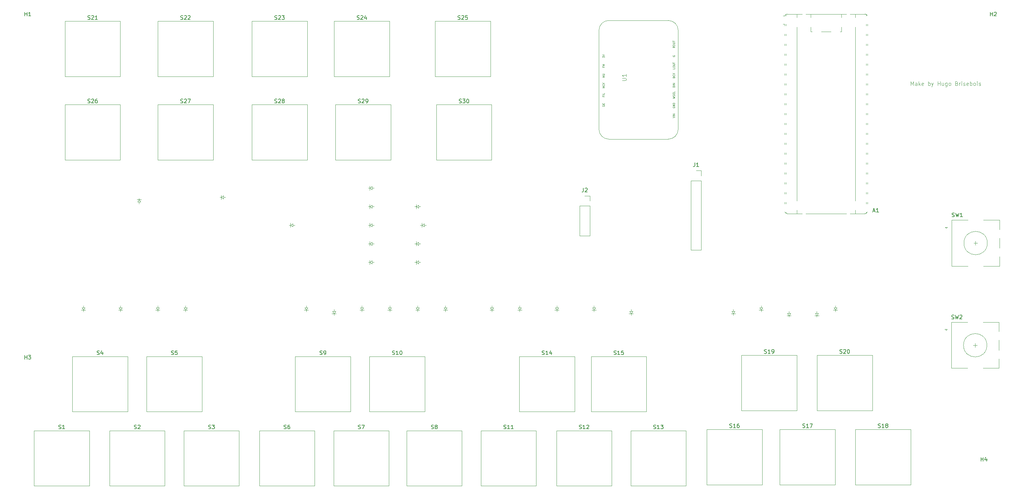
<source format=gbr>
%TF.GenerationSoftware,KiCad,Pcbnew,9.0.5*%
%TF.CreationDate,2025-10-11T12:45:19-04:00*%
%TF.ProjectId,midikeyboard,6d696469-6b65-4796-926f-6172642e6b69,rev?*%
%TF.SameCoordinates,Original*%
%TF.FileFunction,Legend,Top*%
%TF.FilePolarity,Positive*%
%FSLAX46Y46*%
G04 Gerber Fmt 4.6, Leading zero omitted, Abs format (unit mm)*
G04 Created by KiCad (PCBNEW 9.0.5) date 2025-10-11 12:45:19*
%MOMM*%
%LPD*%
G01*
G04 APERTURE LIST*
%ADD10C,0.100000*%
%ADD11C,0.150000*%
%ADD12C,0.120000*%
%ADD13C,0.050000*%
G04 APERTURE END LIST*
D10*
X245572634Y-57022419D02*
X245572634Y-56022419D01*
X245572634Y-56022419D02*
X245905967Y-56736704D01*
X245905967Y-56736704D02*
X246239300Y-56022419D01*
X246239300Y-56022419D02*
X246239300Y-57022419D01*
X247144062Y-57022419D02*
X247144062Y-56498609D01*
X247144062Y-56498609D02*
X247096443Y-56403371D01*
X247096443Y-56403371D02*
X247001205Y-56355752D01*
X247001205Y-56355752D02*
X246810729Y-56355752D01*
X246810729Y-56355752D02*
X246715491Y-56403371D01*
X247144062Y-56974800D02*
X247048824Y-57022419D01*
X247048824Y-57022419D02*
X246810729Y-57022419D01*
X246810729Y-57022419D02*
X246715491Y-56974800D01*
X246715491Y-56974800D02*
X246667872Y-56879561D01*
X246667872Y-56879561D02*
X246667872Y-56784323D01*
X246667872Y-56784323D02*
X246715491Y-56689085D01*
X246715491Y-56689085D02*
X246810729Y-56641466D01*
X246810729Y-56641466D02*
X247048824Y-56641466D01*
X247048824Y-56641466D02*
X247144062Y-56593847D01*
X247620253Y-57022419D02*
X247620253Y-56022419D01*
X247715491Y-56641466D02*
X248001205Y-57022419D01*
X248001205Y-56355752D02*
X247620253Y-56736704D01*
X248810729Y-56974800D02*
X248715491Y-57022419D01*
X248715491Y-57022419D02*
X248525015Y-57022419D01*
X248525015Y-57022419D02*
X248429777Y-56974800D01*
X248429777Y-56974800D02*
X248382158Y-56879561D01*
X248382158Y-56879561D02*
X248382158Y-56498609D01*
X248382158Y-56498609D02*
X248429777Y-56403371D01*
X248429777Y-56403371D02*
X248525015Y-56355752D01*
X248525015Y-56355752D02*
X248715491Y-56355752D01*
X248715491Y-56355752D02*
X248810729Y-56403371D01*
X248810729Y-56403371D02*
X248858348Y-56498609D01*
X248858348Y-56498609D02*
X248858348Y-56593847D01*
X248858348Y-56593847D02*
X248382158Y-56689085D01*
X250048825Y-57022419D02*
X250048825Y-56022419D01*
X250048825Y-56403371D02*
X250144063Y-56355752D01*
X250144063Y-56355752D02*
X250334539Y-56355752D01*
X250334539Y-56355752D02*
X250429777Y-56403371D01*
X250429777Y-56403371D02*
X250477396Y-56450990D01*
X250477396Y-56450990D02*
X250525015Y-56546228D01*
X250525015Y-56546228D02*
X250525015Y-56831942D01*
X250525015Y-56831942D02*
X250477396Y-56927180D01*
X250477396Y-56927180D02*
X250429777Y-56974800D01*
X250429777Y-56974800D02*
X250334539Y-57022419D01*
X250334539Y-57022419D02*
X250144063Y-57022419D01*
X250144063Y-57022419D02*
X250048825Y-56974800D01*
X250858349Y-56355752D02*
X251096444Y-57022419D01*
X251334539Y-56355752D02*
X251096444Y-57022419D01*
X251096444Y-57022419D02*
X251001206Y-57260514D01*
X251001206Y-57260514D02*
X250953587Y-57308133D01*
X250953587Y-57308133D02*
X250858349Y-57355752D01*
X252477397Y-57022419D02*
X252477397Y-56022419D01*
X252477397Y-56498609D02*
X253048825Y-56498609D01*
X253048825Y-57022419D02*
X253048825Y-56022419D01*
X253953587Y-56355752D02*
X253953587Y-57022419D01*
X253525016Y-56355752D02*
X253525016Y-56879561D01*
X253525016Y-56879561D02*
X253572635Y-56974800D01*
X253572635Y-56974800D02*
X253667873Y-57022419D01*
X253667873Y-57022419D02*
X253810730Y-57022419D01*
X253810730Y-57022419D02*
X253905968Y-56974800D01*
X253905968Y-56974800D02*
X253953587Y-56927180D01*
X254858349Y-56355752D02*
X254858349Y-57165276D01*
X254858349Y-57165276D02*
X254810730Y-57260514D01*
X254810730Y-57260514D02*
X254763111Y-57308133D01*
X254763111Y-57308133D02*
X254667873Y-57355752D01*
X254667873Y-57355752D02*
X254525016Y-57355752D01*
X254525016Y-57355752D02*
X254429778Y-57308133D01*
X254858349Y-56974800D02*
X254763111Y-57022419D01*
X254763111Y-57022419D02*
X254572635Y-57022419D01*
X254572635Y-57022419D02*
X254477397Y-56974800D01*
X254477397Y-56974800D02*
X254429778Y-56927180D01*
X254429778Y-56927180D02*
X254382159Y-56831942D01*
X254382159Y-56831942D02*
X254382159Y-56546228D01*
X254382159Y-56546228D02*
X254429778Y-56450990D01*
X254429778Y-56450990D02*
X254477397Y-56403371D01*
X254477397Y-56403371D02*
X254572635Y-56355752D01*
X254572635Y-56355752D02*
X254763111Y-56355752D01*
X254763111Y-56355752D02*
X254858349Y-56403371D01*
X255477397Y-57022419D02*
X255382159Y-56974800D01*
X255382159Y-56974800D02*
X255334540Y-56927180D01*
X255334540Y-56927180D02*
X255286921Y-56831942D01*
X255286921Y-56831942D02*
X255286921Y-56546228D01*
X255286921Y-56546228D02*
X255334540Y-56450990D01*
X255334540Y-56450990D02*
X255382159Y-56403371D01*
X255382159Y-56403371D02*
X255477397Y-56355752D01*
X255477397Y-56355752D02*
X255620254Y-56355752D01*
X255620254Y-56355752D02*
X255715492Y-56403371D01*
X255715492Y-56403371D02*
X255763111Y-56450990D01*
X255763111Y-56450990D02*
X255810730Y-56546228D01*
X255810730Y-56546228D02*
X255810730Y-56831942D01*
X255810730Y-56831942D02*
X255763111Y-56927180D01*
X255763111Y-56927180D02*
X255715492Y-56974800D01*
X255715492Y-56974800D02*
X255620254Y-57022419D01*
X255620254Y-57022419D02*
X255477397Y-57022419D01*
X257334540Y-56498609D02*
X257477397Y-56546228D01*
X257477397Y-56546228D02*
X257525016Y-56593847D01*
X257525016Y-56593847D02*
X257572635Y-56689085D01*
X257572635Y-56689085D02*
X257572635Y-56831942D01*
X257572635Y-56831942D02*
X257525016Y-56927180D01*
X257525016Y-56927180D02*
X257477397Y-56974800D01*
X257477397Y-56974800D02*
X257382159Y-57022419D01*
X257382159Y-57022419D02*
X257001207Y-57022419D01*
X257001207Y-57022419D02*
X257001207Y-56022419D01*
X257001207Y-56022419D02*
X257334540Y-56022419D01*
X257334540Y-56022419D02*
X257429778Y-56070038D01*
X257429778Y-56070038D02*
X257477397Y-56117657D01*
X257477397Y-56117657D02*
X257525016Y-56212895D01*
X257525016Y-56212895D02*
X257525016Y-56308133D01*
X257525016Y-56308133D02*
X257477397Y-56403371D01*
X257477397Y-56403371D02*
X257429778Y-56450990D01*
X257429778Y-56450990D02*
X257334540Y-56498609D01*
X257334540Y-56498609D02*
X257001207Y-56498609D01*
X258001207Y-57022419D02*
X258001207Y-56355752D01*
X258001207Y-56546228D02*
X258048826Y-56450990D01*
X258048826Y-56450990D02*
X258096445Y-56403371D01*
X258096445Y-56403371D02*
X258191683Y-56355752D01*
X258191683Y-56355752D02*
X258286921Y-56355752D01*
X258620255Y-57022419D02*
X258620255Y-56355752D01*
X258620255Y-56022419D02*
X258572636Y-56070038D01*
X258572636Y-56070038D02*
X258620255Y-56117657D01*
X258620255Y-56117657D02*
X258667874Y-56070038D01*
X258667874Y-56070038D02*
X258620255Y-56022419D01*
X258620255Y-56022419D02*
X258620255Y-56117657D01*
X259048826Y-56974800D02*
X259144064Y-57022419D01*
X259144064Y-57022419D02*
X259334540Y-57022419D01*
X259334540Y-57022419D02*
X259429778Y-56974800D01*
X259429778Y-56974800D02*
X259477397Y-56879561D01*
X259477397Y-56879561D02*
X259477397Y-56831942D01*
X259477397Y-56831942D02*
X259429778Y-56736704D01*
X259429778Y-56736704D02*
X259334540Y-56689085D01*
X259334540Y-56689085D02*
X259191683Y-56689085D01*
X259191683Y-56689085D02*
X259096445Y-56641466D01*
X259096445Y-56641466D02*
X259048826Y-56546228D01*
X259048826Y-56546228D02*
X259048826Y-56498609D01*
X259048826Y-56498609D02*
X259096445Y-56403371D01*
X259096445Y-56403371D02*
X259191683Y-56355752D01*
X259191683Y-56355752D02*
X259334540Y-56355752D01*
X259334540Y-56355752D02*
X259429778Y-56403371D01*
X260286921Y-56974800D02*
X260191683Y-57022419D01*
X260191683Y-57022419D02*
X260001207Y-57022419D01*
X260001207Y-57022419D02*
X259905969Y-56974800D01*
X259905969Y-56974800D02*
X259858350Y-56879561D01*
X259858350Y-56879561D02*
X259858350Y-56498609D01*
X259858350Y-56498609D02*
X259905969Y-56403371D01*
X259905969Y-56403371D02*
X260001207Y-56355752D01*
X260001207Y-56355752D02*
X260191683Y-56355752D01*
X260191683Y-56355752D02*
X260286921Y-56403371D01*
X260286921Y-56403371D02*
X260334540Y-56498609D01*
X260334540Y-56498609D02*
X260334540Y-56593847D01*
X260334540Y-56593847D02*
X259858350Y-56689085D01*
X260763112Y-57022419D02*
X260763112Y-56022419D01*
X260763112Y-56403371D02*
X260858350Y-56355752D01*
X260858350Y-56355752D02*
X261048826Y-56355752D01*
X261048826Y-56355752D02*
X261144064Y-56403371D01*
X261144064Y-56403371D02*
X261191683Y-56450990D01*
X261191683Y-56450990D02*
X261239302Y-56546228D01*
X261239302Y-56546228D02*
X261239302Y-56831942D01*
X261239302Y-56831942D02*
X261191683Y-56927180D01*
X261191683Y-56927180D02*
X261144064Y-56974800D01*
X261144064Y-56974800D02*
X261048826Y-57022419D01*
X261048826Y-57022419D02*
X260858350Y-57022419D01*
X260858350Y-57022419D02*
X260763112Y-56974800D01*
X261810731Y-57022419D02*
X261715493Y-56974800D01*
X261715493Y-56974800D02*
X261667874Y-56927180D01*
X261667874Y-56927180D02*
X261620255Y-56831942D01*
X261620255Y-56831942D02*
X261620255Y-56546228D01*
X261620255Y-56546228D02*
X261667874Y-56450990D01*
X261667874Y-56450990D02*
X261715493Y-56403371D01*
X261715493Y-56403371D02*
X261810731Y-56355752D01*
X261810731Y-56355752D02*
X261953588Y-56355752D01*
X261953588Y-56355752D02*
X262048826Y-56403371D01*
X262048826Y-56403371D02*
X262096445Y-56450990D01*
X262096445Y-56450990D02*
X262144064Y-56546228D01*
X262144064Y-56546228D02*
X262144064Y-56831942D01*
X262144064Y-56831942D02*
X262096445Y-56927180D01*
X262096445Y-56927180D02*
X262048826Y-56974800D01*
X262048826Y-56974800D02*
X261953588Y-57022419D01*
X261953588Y-57022419D02*
X261810731Y-57022419D01*
X262572636Y-57022419D02*
X262572636Y-56355752D01*
X262572636Y-56022419D02*
X262525017Y-56070038D01*
X262525017Y-56070038D02*
X262572636Y-56117657D01*
X262572636Y-56117657D02*
X262620255Y-56070038D01*
X262620255Y-56070038D02*
X262572636Y-56022419D01*
X262572636Y-56022419D02*
X262572636Y-56117657D01*
X263001207Y-56974800D02*
X263096445Y-57022419D01*
X263096445Y-57022419D02*
X263286921Y-57022419D01*
X263286921Y-57022419D02*
X263382159Y-56974800D01*
X263382159Y-56974800D02*
X263429778Y-56879561D01*
X263429778Y-56879561D02*
X263429778Y-56831942D01*
X263429778Y-56831942D02*
X263382159Y-56736704D01*
X263382159Y-56736704D02*
X263286921Y-56689085D01*
X263286921Y-56689085D02*
X263144064Y-56689085D01*
X263144064Y-56689085D02*
X263048826Y-56641466D01*
X263048826Y-56641466D02*
X263001207Y-56546228D01*
X263001207Y-56546228D02*
X263001207Y-56498609D01*
X263001207Y-56498609D02*
X263048826Y-56403371D01*
X263048826Y-56403371D02*
X263144064Y-56355752D01*
X263144064Y-56355752D02*
X263286921Y-56355752D01*
X263286921Y-56355752D02*
X263382159Y-56403371D01*
D11*
X207994405Y-125757200D02*
X208137262Y-125804819D01*
X208137262Y-125804819D02*
X208375357Y-125804819D01*
X208375357Y-125804819D02*
X208470595Y-125757200D01*
X208470595Y-125757200D02*
X208518214Y-125709580D01*
X208518214Y-125709580D02*
X208565833Y-125614342D01*
X208565833Y-125614342D02*
X208565833Y-125519104D01*
X208565833Y-125519104D02*
X208518214Y-125423866D01*
X208518214Y-125423866D02*
X208470595Y-125376247D01*
X208470595Y-125376247D02*
X208375357Y-125328628D01*
X208375357Y-125328628D02*
X208184881Y-125281009D01*
X208184881Y-125281009D02*
X208089643Y-125233390D01*
X208089643Y-125233390D02*
X208042024Y-125185771D01*
X208042024Y-125185771D02*
X207994405Y-125090533D01*
X207994405Y-125090533D02*
X207994405Y-124995295D01*
X207994405Y-124995295D02*
X208042024Y-124900057D01*
X208042024Y-124900057D02*
X208089643Y-124852438D01*
X208089643Y-124852438D02*
X208184881Y-124804819D01*
X208184881Y-124804819D02*
X208422976Y-124804819D01*
X208422976Y-124804819D02*
X208565833Y-124852438D01*
X209518214Y-125804819D02*
X208946786Y-125804819D01*
X209232500Y-125804819D02*
X209232500Y-124804819D01*
X209232500Y-124804819D02*
X209137262Y-124947676D01*
X209137262Y-124947676D02*
X209042024Y-125042914D01*
X209042024Y-125042914D02*
X208946786Y-125090533D01*
X209994405Y-125804819D02*
X210184881Y-125804819D01*
X210184881Y-125804819D02*
X210280119Y-125757200D01*
X210280119Y-125757200D02*
X210327738Y-125709580D01*
X210327738Y-125709580D02*
X210422976Y-125566723D01*
X210422976Y-125566723D02*
X210470595Y-125376247D01*
X210470595Y-125376247D02*
X210470595Y-124995295D01*
X210470595Y-124995295D02*
X210422976Y-124900057D01*
X210422976Y-124900057D02*
X210375357Y-124852438D01*
X210375357Y-124852438D02*
X210280119Y-124804819D01*
X210280119Y-124804819D02*
X210089643Y-124804819D01*
X210089643Y-124804819D02*
X209994405Y-124852438D01*
X209994405Y-124852438D02*
X209946786Y-124900057D01*
X209946786Y-124900057D02*
X209899167Y-124995295D01*
X209899167Y-124995295D02*
X209899167Y-125233390D01*
X209899167Y-125233390D02*
X209946786Y-125328628D01*
X209946786Y-125328628D02*
X209994405Y-125376247D01*
X209994405Y-125376247D02*
X210089643Y-125423866D01*
X210089643Y-125423866D02*
X210280119Y-125423866D01*
X210280119Y-125423866D02*
X210375357Y-125376247D01*
X210375357Y-125376247D02*
X210422976Y-125328628D01*
X210422976Y-125328628D02*
X210470595Y-125233390D01*
X227361905Y-125757200D02*
X227504762Y-125804819D01*
X227504762Y-125804819D02*
X227742857Y-125804819D01*
X227742857Y-125804819D02*
X227838095Y-125757200D01*
X227838095Y-125757200D02*
X227885714Y-125709580D01*
X227885714Y-125709580D02*
X227933333Y-125614342D01*
X227933333Y-125614342D02*
X227933333Y-125519104D01*
X227933333Y-125519104D02*
X227885714Y-125423866D01*
X227885714Y-125423866D02*
X227838095Y-125376247D01*
X227838095Y-125376247D02*
X227742857Y-125328628D01*
X227742857Y-125328628D02*
X227552381Y-125281009D01*
X227552381Y-125281009D02*
X227457143Y-125233390D01*
X227457143Y-125233390D02*
X227409524Y-125185771D01*
X227409524Y-125185771D02*
X227361905Y-125090533D01*
X227361905Y-125090533D02*
X227361905Y-124995295D01*
X227361905Y-124995295D02*
X227409524Y-124900057D01*
X227409524Y-124900057D02*
X227457143Y-124852438D01*
X227457143Y-124852438D02*
X227552381Y-124804819D01*
X227552381Y-124804819D02*
X227790476Y-124804819D01*
X227790476Y-124804819D02*
X227933333Y-124852438D01*
X228314286Y-124900057D02*
X228361905Y-124852438D01*
X228361905Y-124852438D02*
X228457143Y-124804819D01*
X228457143Y-124804819D02*
X228695238Y-124804819D01*
X228695238Y-124804819D02*
X228790476Y-124852438D01*
X228790476Y-124852438D02*
X228838095Y-124900057D01*
X228838095Y-124900057D02*
X228885714Y-124995295D01*
X228885714Y-124995295D02*
X228885714Y-125090533D01*
X228885714Y-125090533D02*
X228838095Y-125233390D01*
X228838095Y-125233390D02*
X228266667Y-125804819D01*
X228266667Y-125804819D02*
X228885714Y-125804819D01*
X229504762Y-124804819D02*
X229600000Y-124804819D01*
X229600000Y-124804819D02*
X229695238Y-124852438D01*
X229695238Y-124852438D02*
X229742857Y-124900057D01*
X229742857Y-124900057D02*
X229790476Y-124995295D01*
X229790476Y-124995295D02*
X229838095Y-125185771D01*
X229838095Y-125185771D02*
X229838095Y-125423866D01*
X229838095Y-125423866D02*
X229790476Y-125614342D01*
X229790476Y-125614342D02*
X229742857Y-125709580D01*
X229742857Y-125709580D02*
X229695238Y-125757200D01*
X229695238Y-125757200D02*
X229600000Y-125804819D01*
X229600000Y-125804819D02*
X229504762Y-125804819D01*
X229504762Y-125804819D02*
X229409524Y-125757200D01*
X229409524Y-125757200D02*
X229361905Y-125709580D01*
X229361905Y-125709580D02*
X229314286Y-125614342D01*
X229314286Y-125614342D02*
X229266667Y-125423866D01*
X229266667Y-125423866D02*
X229266667Y-125185771D01*
X229266667Y-125185771D02*
X229314286Y-124995295D01*
X229314286Y-124995295D02*
X229361905Y-124900057D01*
X229361905Y-124900057D02*
X229409524Y-124852438D01*
X229409524Y-124852438D02*
X229504762Y-124804819D01*
X18288095Y-127273569D02*
X18288095Y-126273569D01*
X18288095Y-126749759D02*
X18859523Y-126749759D01*
X18859523Y-127273569D02*
X18859523Y-126273569D01*
X19240476Y-126273569D02*
X19859523Y-126273569D01*
X19859523Y-126273569D02*
X19526190Y-126654521D01*
X19526190Y-126654521D02*
X19669047Y-126654521D01*
X19669047Y-126654521D02*
X19764285Y-126702140D01*
X19764285Y-126702140D02*
X19811904Y-126749759D01*
X19811904Y-126749759D02*
X19859523Y-126844997D01*
X19859523Y-126844997D02*
X19859523Y-127083092D01*
X19859523Y-127083092D02*
X19811904Y-127178330D01*
X19811904Y-127178330D02*
X19764285Y-127225950D01*
X19764285Y-127225950D02*
X19669047Y-127273569D01*
X19669047Y-127273569D02*
X19383333Y-127273569D01*
X19383333Y-127273569D02*
X19288095Y-127225950D01*
X19288095Y-127225950D02*
X19240476Y-127178330D01*
X169418155Y-126074700D02*
X169561012Y-126122319D01*
X169561012Y-126122319D02*
X169799107Y-126122319D01*
X169799107Y-126122319D02*
X169894345Y-126074700D01*
X169894345Y-126074700D02*
X169941964Y-126027080D01*
X169941964Y-126027080D02*
X169989583Y-125931842D01*
X169989583Y-125931842D02*
X169989583Y-125836604D01*
X169989583Y-125836604D02*
X169941964Y-125741366D01*
X169941964Y-125741366D02*
X169894345Y-125693747D01*
X169894345Y-125693747D02*
X169799107Y-125646128D01*
X169799107Y-125646128D02*
X169608631Y-125598509D01*
X169608631Y-125598509D02*
X169513393Y-125550890D01*
X169513393Y-125550890D02*
X169465774Y-125503271D01*
X169465774Y-125503271D02*
X169418155Y-125408033D01*
X169418155Y-125408033D02*
X169418155Y-125312795D01*
X169418155Y-125312795D02*
X169465774Y-125217557D01*
X169465774Y-125217557D02*
X169513393Y-125169938D01*
X169513393Y-125169938D02*
X169608631Y-125122319D01*
X169608631Y-125122319D02*
X169846726Y-125122319D01*
X169846726Y-125122319D02*
X169989583Y-125169938D01*
X170941964Y-126122319D02*
X170370536Y-126122319D01*
X170656250Y-126122319D02*
X170656250Y-125122319D01*
X170656250Y-125122319D02*
X170561012Y-125265176D01*
X170561012Y-125265176D02*
X170465774Y-125360414D01*
X170465774Y-125360414D02*
X170370536Y-125408033D01*
X171846726Y-125122319D02*
X171370536Y-125122319D01*
X171370536Y-125122319D02*
X171322917Y-125598509D01*
X171322917Y-125598509D02*
X171370536Y-125550890D01*
X171370536Y-125550890D02*
X171465774Y-125503271D01*
X171465774Y-125503271D02*
X171703869Y-125503271D01*
X171703869Y-125503271D02*
X171799107Y-125550890D01*
X171799107Y-125550890D02*
X171846726Y-125598509D01*
X171846726Y-125598509D02*
X171894345Y-125693747D01*
X171894345Y-125693747D02*
X171894345Y-125931842D01*
X171894345Y-125931842D02*
X171846726Y-126027080D01*
X171846726Y-126027080D02*
X171799107Y-126074700D01*
X171799107Y-126074700D02*
X171703869Y-126122319D01*
X171703869Y-126122319D02*
X171465774Y-126122319D01*
X171465774Y-126122319D02*
X171370536Y-126074700D01*
X171370536Y-126074700D02*
X171322917Y-126027080D01*
X58293155Y-61463450D02*
X58436012Y-61511069D01*
X58436012Y-61511069D02*
X58674107Y-61511069D01*
X58674107Y-61511069D02*
X58769345Y-61463450D01*
X58769345Y-61463450D02*
X58816964Y-61415830D01*
X58816964Y-61415830D02*
X58864583Y-61320592D01*
X58864583Y-61320592D02*
X58864583Y-61225354D01*
X58864583Y-61225354D02*
X58816964Y-61130116D01*
X58816964Y-61130116D02*
X58769345Y-61082497D01*
X58769345Y-61082497D02*
X58674107Y-61034878D01*
X58674107Y-61034878D02*
X58483631Y-60987259D01*
X58483631Y-60987259D02*
X58388393Y-60939640D01*
X58388393Y-60939640D02*
X58340774Y-60892021D01*
X58340774Y-60892021D02*
X58293155Y-60796783D01*
X58293155Y-60796783D02*
X58293155Y-60701545D01*
X58293155Y-60701545D02*
X58340774Y-60606307D01*
X58340774Y-60606307D02*
X58388393Y-60558688D01*
X58388393Y-60558688D02*
X58483631Y-60511069D01*
X58483631Y-60511069D02*
X58721726Y-60511069D01*
X58721726Y-60511069D02*
X58864583Y-60558688D01*
X59245536Y-60606307D02*
X59293155Y-60558688D01*
X59293155Y-60558688D02*
X59388393Y-60511069D01*
X59388393Y-60511069D02*
X59626488Y-60511069D01*
X59626488Y-60511069D02*
X59721726Y-60558688D01*
X59721726Y-60558688D02*
X59769345Y-60606307D01*
X59769345Y-60606307D02*
X59816964Y-60701545D01*
X59816964Y-60701545D02*
X59816964Y-60796783D01*
X59816964Y-60796783D02*
X59769345Y-60939640D01*
X59769345Y-60939640D02*
X59197917Y-61511069D01*
X59197917Y-61511069D02*
X59816964Y-61511069D01*
X60150298Y-60511069D02*
X60816964Y-60511069D01*
X60816964Y-60511069D02*
X60388393Y-61511069D01*
X34480655Y-40032200D02*
X34623512Y-40079819D01*
X34623512Y-40079819D02*
X34861607Y-40079819D01*
X34861607Y-40079819D02*
X34956845Y-40032200D01*
X34956845Y-40032200D02*
X35004464Y-39984580D01*
X35004464Y-39984580D02*
X35052083Y-39889342D01*
X35052083Y-39889342D02*
X35052083Y-39794104D01*
X35052083Y-39794104D02*
X35004464Y-39698866D01*
X35004464Y-39698866D02*
X34956845Y-39651247D01*
X34956845Y-39651247D02*
X34861607Y-39603628D01*
X34861607Y-39603628D02*
X34671131Y-39556009D01*
X34671131Y-39556009D02*
X34575893Y-39508390D01*
X34575893Y-39508390D02*
X34528274Y-39460771D01*
X34528274Y-39460771D02*
X34480655Y-39365533D01*
X34480655Y-39365533D02*
X34480655Y-39270295D01*
X34480655Y-39270295D02*
X34528274Y-39175057D01*
X34528274Y-39175057D02*
X34575893Y-39127438D01*
X34575893Y-39127438D02*
X34671131Y-39079819D01*
X34671131Y-39079819D02*
X34909226Y-39079819D01*
X34909226Y-39079819D02*
X35052083Y-39127438D01*
X35433036Y-39175057D02*
X35480655Y-39127438D01*
X35480655Y-39127438D02*
X35575893Y-39079819D01*
X35575893Y-39079819D02*
X35813988Y-39079819D01*
X35813988Y-39079819D02*
X35909226Y-39127438D01*
X35909226Y-39127438D02*
X35956845Y-39175057D01*
X35956845Y-39175057D02*
X36004464Y-39270295D01*
X36004464Y-39270295D02*
X36004464Y-39365533D01*
X36004464Y-39365533D02*
X35956845Y-39508390D01*
X35956845Y-39508390D02*
X35385417Y-40079819D01*
X35385417Y-40079819D02*
X36004464Y-40079819D01*
X36956845Y-40079819D02*
X36385417Y-40079819D01*
X36671131Y-40079819D02*
X36671131Y-39079819D01*
X36671131Y-39079819D02*
X36575893Y-39222676D01*
X36575893Y-39222676D02*
X36480655Y-39317914D01*
X36480655Y-39317914D02*
X36385417Y-39365533D01*
X256047917Y-116913450D02*
X256190774Y-116961069D01*
X256190774Y-116961069D02*
X256428869Y-116961069D01*
X256428869Y-116961069D02*
X256524107Y-116913450D01*
X256524107Y-116913450D02*
X256571726Y-116865830D01*
X256571726Y-116865830D02*
X256619345Y-116770592D01*
X256619345Y-116770592D02*
X256619345Y-116675354D01*
X256619345Y-116675354D02*
X256571726Y-116580116D01*
X256571726Y-116580116D02*
X256524107Y-116532497D01*
X256524107Y-116532497D02*
X256428869Y-116484878D01*
X256428869Y-116484878D02*
X256238393Y-116437259D01*
X256238393Y-116437259D02*
X256143155Y-116389640D01*
X256143155Y-116389640D02*
X256095536Y-116342021D01*
X256095536Y-116342021D02*
X256047917Y-116246783D01*
X256047917Y-116246783D02*
X256047917Y-116151545D01*
X256047917Y-116151545D02*
X256095536Y-116056307D01*
X256095536Y-116056307D02*
X256143155Y-116008688D01*
X256143155Y-116008688D02*
X256238393Y-115961069D01*
X256238393Y-115961069D02*
X256476488Y-115961069D01*
X256476488Y-115961069D02*
X256619345Y-116008688D01*
X256952679Y-115961069D02*
X257190774Y-116961069D01*
X257190774Y-116961069D02*
X257381250Y-116246783D01*
X257381250Y-116246783D02*
X257571726Y-116961069D01*
X257571726Y-116961069D02*
X257809822Y-115961069D01*
X258143155Y-116056307D02*
X258190774Y-116008688D01*
X258190774Y-116008688D02*
X258286012Y-115961069D01*
X258286012Y-115961069D02*
X258524107Y-115961069D01*
X258524107Y-115961069D02*
X258619345Y-116008688D01*
X258619345Y-116008688D02*
X258666964Y-116056307D01*
X258666964Y-116056307D02*
X258714583Y-116151545D01*
X258714583Y-116151545D02*
X258714583Y-116246783D01*
X258714583Y-116246783D02*
X258666964Y-116389640D01*
X258666964Y-116389640D02*
X258095536Y-116961069D01*
X258095536Y-116961069D02*
X258714583Y-116961069D01*
X27019345Y-145124700D02*
X27162202Y-145172319D01*
X27162202Y-145172319D02*
X27400297Y-145172319D01*
X27400297Y-145172319D02*
X27495535Y-145124700D01*
X27495535Y-145124700D02*
X27543154Y-145077080D01*
X27543154Y-145077080D02*
X27590773Y-144981842D01*
X27590773Y-144981842D02*
X27590773Y-144886604D01*
X27590773Y-144886604D02*
X27543154Y-144791366D01*
X27543154Y-144791366D02*
X27495535Y-144743747D01*
X27495535Y-144743747D02*
X27400297Y-144696128D01*
X27400297Y-144696128D02*
X27209821Y-144648509D01*
X27209821Y-144648509D02*
X27114583Y-144600890D01*
X27114583Y-144600890D02*
X27066964Y-144553271D01*
X27066964Y-144553271D02*
X27019345Y-144458033D01*
X27019345Y-144458033D02*
X27019345Y-144362795D01*
X27019345Y-144362795D02*
X27066964Y-144267557D01*
X27066964Y-144267557D02*
X27114583Y-144219938D01*
X27114583Y-144219938D02*
X27209821Y-144172319D01*
X27209821Y-144172319D02*
X27447916Y-144172319D01*
X27447916Y-144172319D02*
X27590773Y-144219938D01*
X28543154Y-145172319D02*
X27971726Y-145172319D01*
X28257440Y-145172319D02*
X28257440Y-144172319D01*
X28257440Y-144172319D02*
X28162202Y-144315176D01*
X28162202Y-144315176D02*
X28066964Y-144410414D01*
X28066964Y-144410414D02*
X27971726Y-144458033D01*
D10*
X171534669Y-55706404D02*
X172344192Y-55706404D01*
X172344192Y-55706404D02*
X172439430Y-55658785D01*
X172439430Y-55658785D02*
X172487050Y-55611166D01*
X172487050Y-55611166D02*
X172534669Y-55515928D01*
X172534669Y-55515928D02*
X172534669Y-55325452D01*
X172534669Y-55325452D02*
X172487050Y-55230214D01*
X172487050Y-55230214D02*
X172439430Y-55182595D01*
X172439430Y-55182595D02*
X172344192Y-55134976D01*
X172344192Y-55134976D02*
X171534669Y-55134976D01*
X172534669Y-54134976D02*
X172534669Y-54706404D01*
X172534669Y-54420690D02*
X171534669Y-54420690D01*
X171534669Y-54420690D02*
X171677526Y-54515928D01*
X171677526Y-54515928D02*
X171772764Y-54611166D01*
X171772764Y-54611166D02*
X171820383Y-54706404D01*
X184534669Y-49313547D02*
X184510859Y-49361166D01*
X184510859Y-49361166D02*
X184510859Y-49432595D01*
X184510859Y-49432595D02*
X184534669Y-49504023D01*
X184534669Y-49504023D02*
X184582288Y-49551642D01*
X184582288Y-49551642D02*
X184629907Y-49575452D01*
X184629907Y-49575452D02*
X184725145Y-49599261D01*
X184725145Y-49599261D02*
X184796573Y-49599261D01*
X184796573Y-49599261D02*
X184891811Y-49575452D01*
X184891811Y-49575452D02*
X184939430Y-49551642D01*
X184939430Y-49551642D02*
X184987050Y-49504023D01*
X184987050Y-49504023D02*
X185010859Y-49432595D01*
X185010859Y-49432595D02*
X185010859Y-49384976D01*
X185010859Y-49384976D02*
X184987050Y-49313547D01*
X184987050Y-49313547D02*
X184963240Y-49289738D01*
X184963240Y-49289738D02*
X184796573Y-49289738D01*
X184796573Y-49289738D02*
X184796573Y-49384976D01*
X184510859Y-65331091D02*
X185010859Y-65164425D01*
X185010859Y-65164425D02*
X184510859Y-64997758D01*
X185010859Y-64831092D02*
X184510859Y-64831092D01*
X185010859Y-64592997D02*
X184510859Y-64592997D01*
X184510859Y-64592997D02*
X185010859Y-64307283D01*
X185010859Y-64307283D02*
X184510859Y-64307283D01*
X167010859Y-54873071D02*
X166510859Y-54873071D01*
X166510859Y-54873071D02*
X166868002Y-54706404D01*
X166868002Y-54706404D02*
X166510859Y-54539738D01*
X166510859Y-54539738D02*
X167010859Y-54539738D01*
X166510859Y-54301642D02*
X166915621Y-54301642D01*
X166915621Y-54301642D02*
X166963240Y-54277832D01*
X166963240Y-54277832D02*
X166987050Y-54254023D01*
X166987050Y-54254023D02*
X167010859Y-54206404D01*
X167010859Y-54206404D02*
X167010859Y-54111166D01*
X167010859Y-54111166D02*
X166987050Y-54063547D01*
X166987050Y-54063547D02*
X166963240Y-54039737D01*
X166963240Y-54039737D02*
X166915621Y-54015928D01*
X166915621Y-54015928D02*
X166510859Y-54015928D01*
X184534669Y-62497758D02*
X184510859Y-62545377D01*
X184510859Y-62545377D02*
X184510859Y-62616806D01*
X184510859Y-62616806D02*
X184534669Y-62688234D01*
X184534669Y-62688234D02*
X184582288Y-62735853D01*
X184582288Y-62735853D02*
X184629907Y-62759663D01*
X184629907Y-62759663D02*
X184725145Y-62783472D01*
X184725145Y-62783472D02*
X184796573Y-62783472D01*
X184796573Y-62783472D02*
X184891811Y-62759663D01*
X184891811Y-62759663D02*
X184939430Y-62735853D01*
X184939430Y-62735853D02*
X184987050Y-62688234D01*
X184987050Y-62688234D02*
X185010859Y-62616806D01*
X185010859Y-62616806D02*
X185010859Y-62569187D01*
X185010859Y-62569187D02*
X184987050Y-62497758D01*
X184987050Y-62497758D02*
X184963240Y-62473949D01*
X184963240Y-62473949D02*
X184796573Y-62473949D01*
X184796573Y-62473949D02*
X184796573Y-62569187D01*
X185010859Y-62259663D02*
X184510859Y-62259663D01*
X184510859Y-62259663D02*
X185010859Y-61973949D01*
X185010859Y-61973949D02*
X184510859Y-61973949D01*
X185010859Y-61735853D02*
X184510859Y-61735853D01*
X184510859Y-61735853D02*
X184510859Y-61616805D01*
X184510859Y-61616805D02*
X184534669Y-61545377D01*
X184534669Y-61545377D02*
X184582288Y-61497758D01*
X184582288Y-61497758D02*
X184629907Y-61473948D01*
X184629907Y-61473948D02*
X184725145Y-61450139D01*
X184725145Y-61450139D02*
X184796573Y-61450139D01*
X184796573Y-61450139D02*
X184891811Y-61473948D01*
X184891811Y-61473948D02*
X184939430Y-61497758D01*
X184939430Y-61497758D02*
X184987050Y-61545377D01*
X184987050Y-61545377D02*
X185010859Y-61616805D01*
X185010859Y-61616805D02*
X185010859Y-61735853D01*
X184748954Y-54908785D02*
X184772764Y-54837357D01*
X184772764Y-54837357D02*
X184796573Y-54813547D01*
X184796573Y-54813547D02*
X184844192Y-54789738D01*
X184844192Y-54789738D02*
X184915621Y-54789738D01*
X184915621Y-54789738D02*
X184963240Y-54813547D01*
X184963240Y-54813547D02*
X184987050Y-54837357D01*
X184987050Y-54837357D02*
X185010859Y-54884976D01*
X185010859Y-54884976D02*
X185010859Y-55075452D01*
X185010859Y-55075452D02*
X184510859Y-55075452D01*
X184510859Y-55075452D02*
X184510859Y-54908785D01*
X184510859Y-54908785D02*
X184534669Y-54861166D01*
X184534669Y-54861166D02*
X184558478Y-54837357D01*
X184558478Y-54837357D02*
X184606097Y-54813547D01*
X184606097Y-54813547D02*
X184653716Y-54813547D01*
X184653716Y-54813547D02*
X184701335Y-54837357D01*
X184701335Y-54837357D02*
X184725145Y-54861166D01*
X184725145Y-54861166D02*
X184748954Y-54908785D01*
X184748954Y-54908785D02*
X184748954Y-55075452D01*
X184963240Y-54289738D02*
X184987050Y-54313547D01*
X184987050Y-54313547D02*
X185010859Y-54384976D01*
X185010859Y-54384976D02*
X185010859Y-54432595D01*
X185010859Y-54432595D02*
X184987050Y-54504023D01*
X184987050Y-54504023D02*
X184939430Y-54551642D01*
X184939430Y-54551642D02*
X184891811Y-54575452D01*
X184891811Y-54575452D02*
X184796573Y-54599261D01*
X184796573Y-54599261D02*
X184725145Y-54599261D01*
X184725145Y-54599261D02*
X184629907Y-54575452D01*
X184629907Y-54575452D02*
X184582288Y-54551642D01*
X184582288Y-54551642D02*
X184534669Y-54504023D01*
X184534669Y-54504023D02*
X184510859Y-54432595D01*
X184510859Y-54432595D02*
X184510859Y-54384976D01*
X184510859Y-54384976D02*
X184534669Y-54313547D01*
X184534669Y-54313547D02*
X184558478Y-54289738D01*
X185010859Y-54075452D02*
X184510859Y-54075452D01*
X185010859Y-53789738D02*
X184725145Y-54004023D01*
X184510859Y-53789738D02*
X184796573Y-54075452D01*
X167010859Y-62301642D02*
X166510859Y-62301642D01*
X166510859Y-62301642D02*
X166510859Y-62182594D01*
X166510859Y-62182594D02*
X166534669Y-62111166D01*
X166534669Y-62111166D02*
X166582288Y-62063547D01*
X166582288Y-62063547D02*
X166629907Y-62039737D01*
X166629907Y-62039737D02*
X166725145Y-62015928D01*
X166725145Y-62015928D02*
X166796573Y-62015928D01*
X166796573Y-62015928D02*
X166891811Y-62039737D01*
X166891811Y-62039737D02*
X166939430Y-62063547D01*
X166939430Y-62063547D02*
X166987050Y-62111166D01*
X166987050Y-62111166D02*
X167010859Y-62182594D01*
X167010859Y-62182594D02*
X167010859Y-62301642D01*
X166748954Y-61801642D02*
X166748954Y-61634975D01*
X167010859Y-61563547D02*
X167010859Y-61801642D01*
X167010859Y-61801642D02*
X166510859Y-61801642D01*
X166510859Y-61801642D02*
X166510859Y-61563547D01*
X166510859Y-49825451D02*
X166510859Y-49515927D01*
X166510859Y-49515927D02*
X166701335Y-49682594D01*
X166701335Y-49682594D02*
X166701335Y-49611165D01*
X166701335Y-49611165D02*
X166725145Y-49563546D01*
X166725145Y-49563546D02*
X166748954Y-49539737D01*
X166748954Y-49539737D02*
X166796573Y-49515927D01*
X166796573Y-49515927D02*
X166915621Y-49515927D01*
X166915621Y-49515927D02*
X166963240Y-49539737D01*
X166963240Y-49539737D02*
X166987050Y-49563546D01*
X166987050Y-49563546D02*
X167010859Y-49611165D01*
X167010859Y-49611165D02*
X167010859Y-49754022D01*
X167010859Y-49754022D02*
X166987050Y-49801641D01*
X166987050Y-49801641D02*
X166963240Y-49825451D01*
X166510859Y-49373070D02*
X167010859Y-49206404D01*
X167010859Y-49206404D02*
X166510859Y-49039737D01*
X185010859Y-57456404D02*
X184510859Y-57456404D01*
X184510859Y-57456404D02*
X184510859Y-57337356D01*
X184510859Y-57337356D02*
X184534669Y-57265928D01*
X184534669Y-57265928D02*
X184582288Y-57218309D01*
X184582288Y-57218309D02*
X184629907Y-57194499D01*
X184629907Y-57194499D02*
X184725145Y-57170690D01*
X184725145Y-57170690D02*
X184796573Y-57170690D01*
X184796573Y-57170690D02*
X184891811Y-57194499D01*
X184891811Y-57194499D02*
X184939430Y-57218309D01*
X184939430Y-57218309D02*
X184987050Y-57265928D01*
X184987050Y-57265928D02*
X185010859Y-57337356D01*
X185010859Y-57337356D02*
X185010859Y-57456404D01*
X185010859Y-56956404D02*
X184510859Y-56956404D01*
X185010859Y-56718309D02*
X184510859Y-56718309D01*
X184510859Y-56718309D02*
X185010859Y-56432595D01*
X185010859Y-56432595D02*
X184510859Y-56432595D01*
X185010859Y-52504024D02*
X185010859Y-52742119D01*
X185010859Y-52742119D02*
X184510859Y-52742119D01*
X184510859Y-52242119D02*
X184510859Y-52146881D01*
X184510859Y-52146881D02*
X184534669Y-52099262D01*
X184534669Y-52099262D02*
X184582288Y-52051643D01*
X184582288Y-52051643D02*
X184677526Y-52027833D01*
X184677526Y-52027833D02*
X184844192Y-52027833D01*
X184844192Y-52027833D02*
X184939430Y-52051643D01*
X184939430Y-52051643D02*
X184987050Y-52099262D01*
X184987050Y-52099262D02*
X185010859Y-52146881D01*
X185010859Y-52146881D02*
X185010859Y-52242119D01*
X185010859Y-52242119D02*
X184987050Y-52289738D01*
X184987050Y-52289738D02*
X184939430Y-52337357D01*
X184939430Y-52337357D02*
X184844192Y-52361166D01*
X184844192Y-52361166D02*
X184677526Y-52361166D01*
X184677526Y-52361166D02*
X184582288Y-52337357D01*
X184582288Y-52337357D02*
X184534669Y-52289738D01*
X184534669Y-52289738D02*
X184510859Y-52242119D01*
X184510859Y-51813547D02*
X184915621Y-51813547D01*
X184915621Y-51813547D02*
X184963240Y-51789737D01*
X184963240Y-51789737D02*
X184987050Y-51765928D01*
X184987050Y-51765928D02*
X185010859Y-51718309D01*
X185010859Y-51718309D02*
X185010859Y-51623071D01*
X185010859Y-51623071D02*
X184987050Y-51575452D01*
X184987050Y-51575452D02*
X184963240Y-51551642D01*
X184963240Y-51551642D02*
X184915621Y-51527833D01*
X184915621Y-51527833D02*
X184510859Y-51527833D01*
X184510859Y-51361165D02*
X184510859Y-51075451D01*
X185010859Y-51218308D02*
X184510859Y-51218308D01*
X184510859Y-60307282D02*
X185010859Y-60188234D01*
X185010859Y-60188234D02*
X184653716Y-60092996D01*
X184653716Y-60092996D02*
X185010859Y-59997758D01*
X185010859Y-59997758D02*
X184510859Y-59878711D01*
X184987050Y-59712043D02*
X185010859Y-59640615D01*
X185010859Y-59640615D02*
X185010859Y-59521567D01*
X185010859Y-59521567D02*
X184987050Y-59473948D01*
X184987050Y-59473948D02*
X184963240Y-59450139D01*
X184963240Y-59450139D02*
X184915621Y-59426329D01*
X184915621Y-59426329D02*
X184868002Y-59426329D01*
X184868002Y-59426329D02*
X184820383Y-59450139D01*
X184820383Y-59450139D02*
X184796573Y-59473948D01*
X184796573Y-59473948D02*
X184772764Y-59521567D01*
X184772764Y-59521567D02*
X184748954Y-59616805D01*
X184748954Y-59616805D02*
X184725145Y-59664424D01*
X184725145Y-59664424D02*
X184701335Y-59688234D01*
X184701335Y-59688234D02*
X184653716Y-59712043D01*
X184653716Y-59712043D02*
X184606097Y-59712043D01*
X184606097Y-59712043D02*
X184558478Y-59688234D01*
X184558478Y-59688234D02*
X184534669Y-59664424D01*
X184534669Y-59664424D02*
X184510859Y-59616805D01*
X184510859Y-59616805D02*
X184510859Y-59497758D01*
X184510859Y-59497758D02*
X184534669Y-59426329D01*
X184748954Y-59212044D02*
X184748954Y-59045377D01*
X185010859Y-58973949D02*
X185010859Y-59212044D01*
X185010859Y-59212044D02*
X184510859Y-59212044D01*
X184510859Y-59212044D02*
X184510859Y-58973949D01*
X185010859Y-58521568D02*
X185010859Y-58759663D01*
X185010859Y-58759663D02*
X184510859Y-58759663D01*
X167010859Y-57611166D02*
X166510859Y-57611166D01*
X166510859Y-57611166D02*
X166868002Y-57444499D01*
X166868002Y-57444499D02*
X166510859Y-57277833D01*
X166510859Y-57277833D02*
X167010859Y-57277833D01*
X166963240Y-56754023D02*
X166987050Y-56777832D01*
X166987050Y-56777832D02*
X167010859Y-56849261D01*
X167010859Y-56849261D02*
X167010859Y-56896880D01*
X167010859Y-56896880D02*
X166987050Y-56968308D01*
X166987050Y-56968308D02*
X166939430Y-57015927D01*
X166939430Y-57015927D02*
X166891811Y-57039737D01*
X166891811Y-57039737D02*
X166796573Y-57063546D01*
X166796573Y-57063546D02*
X166725145Y-57063546D01*
X166725145Y-57063546D02*
X166629907Y-57039737D01*
X166629907Y-57039737D02*
X166582288Y-57015927D01*
X166582288Y-57015927D02*
X166534669Y-56968308D01*
X166534669Y-56968308D02*
X166510859Y-56896880D01*
X166510859Y-56896880D02*
X166510859Y-56849261D01*
X166510859Y-56849261D02*
X166534669Y-56777832D01*
X166534669Y-56777832D02*
X166558478Y-56754023D01*
X167010859Y-56539737D02*
X166510859Y-56539737D01*
X167010859Y-56254023D02*
X166725145Y-56468308D01*
X166510859Y-56254023D02*
X166796573Y-56539737D01*
X185010859Y-47004024D02*
X184772764Y-47170690D01*
X185010859Y-47289738D02*
X184510859Y-47289738D01*
X184510859Y-47289738D02*
X184510859Y-47099262D01*
X184510859Y-47099262D02*
X184534669Y-47051643D01*
X184534669Y-47051643D02*
X184558478Y-47027833D01*
X184558478Y-47027833D02*
X184606097Y-47004024D01*
X184606097Y-47004024D02*
X184677526Y-47004024D01*
X184677526Y-47004024D02*
X184725145Y-47027833D01*
X184725145Y-47027833D02*
X184748954Y-47051643D01*
X184748954Y-47051643D02*
X184772764Y-47099262D01*
X184772764Y-47099262D02*
X184772764Y-47289738D01*
X184510859Y-46694500D02*
X184510859Y-46599262D01*
X184510859Y-46599262D02*
X184534669Y-46551643D01*
X184534669Y-46551643D02*
X184582288Y-46504024D01*
X184582288Y-46504024D02*
X184677526Y-46480214D01*
X184677526Y-46480214D02*
X184844192Y-46480214D01*
X184844192Y-46480214D02*
X184939430Y-46504024D01*
X184939430Y-46504024D02*
X184987050Y-46551643D01*
X184987050Y-46551643D02*
X185010859Y-46599262D01*
X185010859Y-46599262D02*
X185010859Y-46694500D01*
X185010859Y-46694500D02*
X184987050Y-46742119D01*
X184987050Y-46742119D02*
X184939430Y-46789738D01*
X184939430Y-46789738D02*
X184844192Y-46813547D01*
X184844192Y-46813547D02*
X184677526Y-46813547D01*
X184677526Y-46813547D02*
X184582288Y-46789738D01*
X184582288Y-46789738D02*
X184534669Y-46742119D01*
X184534669Y-46742119D02*
X184510859Y-46694500D01*
X184510859Y-46265928D02*
X184915621Y-46265928D01*
X184915621Y-46265928D02*
X184963240Y-46242118D01*
X184963240Y-46242118D02*
X184987050Y-46218309D01*
X184987050Y-46218309D02*
X185010859Y-46170690D01*
X185010859Y-46170690D02*
X185010859Y-46075452D01*
X185010859Y-46075452D02*
X184987050Y-46027833D01*
X184987050Y-46027833D02*
X184963240Y-46004023D01*
X184963240Y-46004023D02*
X184915621Y-45980214D01*
X184915621Y-45980214D02*
X184510859Y-45980214D01*
X184510859Y-45813546D02*
X184510859Y-45527832D01*
X185010859Y-45670689D02*
X184510859Y-45670689D01*
X166748954Y-59694499D02*
X166748954Y-59861166D01*
X167010859Y-59861166D02*
X166510859Y-59861166D01*
X166510859Y-59861166D02*
X166510859Y-59623071D01*
X167010859Y-59432595D02*
X166510859Y-59432595D01*
X167010859Y-58956405D02*
X167010859Y-59194500D01*
X167010859Y-59194500D02*
X166510859Y-59194500D01*
X166748954Y-52158785D02*
X166748954Y-52325452D01*
X167010859Y-52325452D02*
X166510859Y-52325452D01*
X166510859Y-52325452D02*
X166510859Y-52087357D01*
X167010859Y-51896881D02*
X166510859Y-51896881D01*
X166510859Y-51896881D02*
X166868002Y-51730214D01*
X166868002Y-51730214D02*
X166510859Y-51563548D01*
X166510859Y-51563548D02*
X167010859Y-51563548D01*
D11*
X84804345Y-145124700D02*
X84947202Y-145172319D01*
X84947202Y-145172319D02*
X85185297Y-145172319D01*
X85185297Y-145172319D02*
X85280535Y-145124700D01*
X85280535Y-145124700D02*
X85328154Y-145077080D01*
X85328154Y-145077080D02*
X85375773Y-144981842D01*
X85375773Y-144981842D02*
X85375773Y-144886604D01*
X85375773Y-144886604D02*
X85328154Y-144791366D01*
X85328154Y-144791366D02*
X85280535Y-144743747D01*
X85280535Y-144743747D02*
X85185297Y-144696128D01*
X85185297Y-144696128D02*
X84994821Y-144648509D01*
X84994821Y-144648509D02*
X84899583Y-144600890D01*
X84899583Y-144600890D02*
X84851964Y-144553271D01*
X84851964Y-144553271D02*
X84804345Y-144458033D01*
X84804345Y-144458033D02*
X84804345Y-144362795D01*
X84804345Y-144362795D02*
X84851964Y-144267557D01*
X84851964Y-144267557D02*
X84899583Y-144219938D01*
X84899583Y-144219938D02*
X84994821Y-144172319D01*
X84994821Y-144172319D02*
X85232916Y-144172319D01*
X85232916Y-144172319D02*
X85375773Y-144219938D01*
X86232916Y-144172319D02*
X86042440Y-144172319D01*
X86042440Y-144172319D02*
X85947202Y-144219938D01*
X85947202Y-144219938D02*
X85899583Y-144267557D01*
X85899583Y-144267557D02*
X85804345Y-144410414D01*
X85804345Y-144410414D02*
X85756726Y-144600890D01*
X85756726Y-144600890D02*
X85756726Y-144981842D01*
X85756726Y-144981842D02*
X85804345Y-145077080D01*
X85804345Y-145077080D02*
X85851964Y-145124700D01*
X85851964Y-145124700D02*
X85947202Y-145172319D01*
X85947202Y-145172319D02*
X86137678Y-145172319D01*
X86137678Y-145172319D02*
X86232916Y-145124700D01*
X86232916Y-145124700D02*
X86280535Y-145077080D01*
X86280535Y-145077080D02*
X86328154Y-144981842D01*
X86328154Y-144981842D02*
X86328154Y-144743747D01*
X86328154Y-144743747D02*
X86280535Y-144648509D01*
X86280535Y-144648509D02*
X86232916Y-144600890D01*
X86232916Y-144600890D02*
X86137678Y-144553271D01*
X86137678Y-144553271D02*
X85947202Y-144553271D01*
X85947202Y-144553271D02*
X85851964Y-144600890D01*
X85851964Y-144600890D02*
X85804345Y-144648509D01*
X85804345Y-144648509D02*
X85756726Y-144743747D01*
X103854405Y-61463450D02*
X103997262Y-61511069D01*
X103997262Y-61511069D02*
X104235357Y-61511069D01*
X104235357Y-61511069D02*
X104330595Y-61463450D01*
X104330595Y-61463450D02*
X104378214Y-61415830D01*
X104378214Y-61415830D02*
X104425833Y-61320592D01*
X104425833Y-61320592D02*
X104425833Y-61225354D01*
X104425833Y-61225354D02*
X104378214Y-61130116D01*
X104378214Y-61130116D02*
X104330595Y-61082497D01*
X104330595Y-61082497D02*
X104235357Y-61034878D01*
X104235357Y-61034878D02*
X104044881Y-60987259D01*
X104044881Y-60987259D02*
X103949643Y-60939640D01*
X103949643Y-60939640D02*
X103902024Y-60892021D01*
X103902024Y-60892021D02*
X103854405Y-60796783D01*
X103854405Y-60796783D02*
X103854405Y-60701545D01*
X103854405Y-60701545D02*
X103902024Y-60606307D01*
X103902024Y-60606307D02*
X103949643Y-60558688D01*
X103949643Y-60558688D02*
X104044881Y-60511069D01*
X104044881Y-60511069D02*
X104282976Y-60511069D01*
X104282976Y-60511069D02*
X104425833Y-60558688D01*
X104806786Y-60606307D02*
X104854405Y-60558688D01*
X104854405Y-60558688D02*
X104949643Y-60511069D01*
X104949643Y-60511069D02*
X105187738Y-60511069D01*
X105187738Y-60511069D02*
X105282976Y-60558688D01*
X105282976Y-60558688D02*
X105330595Y-60606307D01*
X105330595Y-60606307D02*
X105378214Y-60701545D01*
X105378214Y-60701545D02*
X105378214Y-60796783D01*
X105378214Y-60796783D02*
X105330595Y-60939640D01*
X105330595Y-60939640D02*
X104759167Y-61511069D01*
X104759167Y-61511069D02*
X105378214Y-61511069D01*
X105854405Y-61511069D02*
X106044881Y-61511069D01*
X106044881Y-61511069D02*
X106140119Y-61463450D01*
X106140119Y-61463450D02*
X106187738Y-61415830D01*
X106187738Y-61415830D02*
X106282976Y-61272973D01*
X106282976Y-61272973D02*
X106330595Y-61082497D01*
X106330595Y-61082497D02*
X106330595Y-60701545D01*
X106330595Y-60701545D02*
X106282976Y-60606307D01*
X106282976Y-60606307D02*
X106235357Y-60558688D01*
X106235357Y-60558688D02*
X106140119Y-60511069D01*
X106140119Y-60511069D02*
X105949643Y-60511069D01*
X105949643Y-60511069D02*
X105854405Y-60558688D01*
X105854405Y-60558688D02*
X105806786Y-60606307D01*
X105806786Y-60606307D02*
X105759167Y-60701545D01*
X105759167Y-60701545D02*
X105759167Y-60939640D01*
X105759167Y-60939640D02*
X105806786Y-61034878D01*
X105806786Y-61034878D02*
X105854405Y-61082497D01*
X105854405Y-61082497D02*
X105949643Y-61130116D01*
X105949643Y-61130116D02*
X106140119Y-61130116D01*
X106140119Y-61130116D02*
X106235357Y-61082497D01*
X106235357Y-61082497D02*
X106282976Y-61034878D01*
X106282976Y-61034878D02*
X106330595Y-60939640D01*
X190166666Y-76853569D02*
X190166666Y-77567854D01*
X190166666Y-77567854D02*
X190119047Y-77710711D01*
X190119047Y-77710711D02*
X190023809Y-77805950D01*
X190023809Y-77805950D02*
X189880952Y-77853569D01*
X189880952Y-77853569D02*
X189785714Y-77853569D01*
X191166666Y-77853569D02*
X190595238Y-77853569D01*
X190880952Y-77853569D02*
X190880952Y-76853569D01*
X190880952Y-76853569D02*
X190785714Y-76996426D01*
X190785714Y-76996426D02*
X190690476Y-77091664D01*
X190690476Y-77091664D02*
X190595238Y-77139283D01*
X141160655Y-145124700D02*
X141303512Y-145172319D01*
X141303512Y-145172319D02*
X141541607Y-145172319D01*
X141541607Y-145172319D02*
X141636845Y-145124700D01*
X141636845Y-145124700D02*
X141684464Y-145077080D01*
X141684464Y-145077080D02*
X141732083Y-144981842D01*
X141732083Y-144981842D02*
X141732083Y-144886604D01*
X141732083Y-144886604D02*
X141684464Y-144791366D01*
X141684464Y-144791366D02*
X141636845Y-144743747D01*
X141636845Y-144743747D02*
X141541607Y-144696128D01*
X141541607Y-144696128D02*
X141351131Y-144648509D01*
X141351131Y-144648509D02*
X141255893Y-144600890D01*
X141255893Y-144600890D02*
X141208274Y-144553271D01*
X141208274Y-144553271D02*
X141160655Y-144458033D01*
X141160655Y-144458033D02*
X141160655Y-144362795D01*
X141160655Y-144362795D02*
X141208274Y-144267557D01*
X141208274Y-144267557D02*
X141255893Y-144219938D01*
X141255893Y-144219938D02*
X141351131Y-144172319D01*
X141351131Y-144172319D02*
X141589226Y-144172319D01*
X141589226Y-144172319D02*
X141732083Y-144219938D01*
X142684464Y-145172319D02*
X142113036Y-145172319D01*
X142398750Y-145172319D02*
X142398750Y-144172319D01*
X142398750Y-144172319D02*
X142303512Y-144315176D01*
X142303512Y-144315176D02*
X142208274Y-144410414D01*
X142208274Y-144410414D02*
X142113036Y-144458033D01*
X143636845Y-145172319D02*
X143065417Y-145172319D01*
X143351131Y-145172319D02*
X143351131Y-144172319D01*
X143351131Y-144172319D02*
X143255893Y-144315176D01*
X143255893Y-144315176D02*
X143160655Y-144410414D01*
X143160655Y-144410414D02*
X143065417Y-144458033D01*
X179578155Y-145124700D02*
X179721012Y-145172319D01*
X179721012Y-145172319D02*
X179959107Y-145172319D01*
X179959107Y-145172319D02*
X180054345Y-145124700D01*
X180054345Y-145124700D02*
X180101964Y-145077080D01*
X180101964Y-145077080D02*
X180149583Y-144981842D01*
X180149583Y-144981842D02*
X180149583Y-144886604D01*
X180149583Y-144886604D02*
X180101964Y-144791366D01*
X180101964Y-144791366D02*
X180054345Y-144743747D01*
X180054345Y-144743747D02*
X179959107Y-144696128D01*
X179959107Y-144696128D02*
X179768631Y-144648509D01*
X179768631Y-144648509D02*
X179673393Y-144600890D01*
X179673393Y-144600890D02*
X179625774Y-144553271D01*
X179625774Y-144553271D02*
X179578155Y-144458033D01*
X179578155Y-144458033D02*
X179578155Y-144362795D01*
X179578155Y-144362795D02*
X179625774Y-144267557D01*
X179625774Y-144267557D02*
X179673393Y-144219938D01*
X179673393Y-144219938D02*
X179768631Y-144172319D01*
X179768631Y-144172319D02*
X180006726Y-144172319D01*
X180006726Y-144172319D02*
X180149583Y-144219938D01*
X181101964Y-145172319D02*
X180530536Y-145172319D01*
X180816250Y-145172319D02*
X180816250Y-144172319D01*
X180816250Y-144172319D02*
X180721012Y-144315176D01*
X180721012Y-144315176D02*
X180625774Y-144410414D01*
X180625774Y-144410414D02*
X180530536Y-144458033D01*
X181435298Y-144172319D02*
X182054345Y-144172319D01*
X182054345Y-144172319D02*
X181721012Y-144553271D01*
X181721012Y-144553271D02*
X181863869Y-144553271D01*
X181863869Y-144553271D02*
X181959107Y-144600890D01*
X181959107Y-144600890D02*
X182006726Y-144648509D01*
X182006726Y-144648509D02*
X182054345Y-144743747D01*
X182054345Y-144743747D02*
X182054345Y-144981842D01*
X182054345Y-144981842D02*
X182006726Y-145077080D01*
X182006726Y-145077080D02*
X181959107Y-145124700D01*
X181959107Y-145124700D02*
X181863869Y-145172319D01*
X181863869Y-145172319D02*
X181578155Y-145172319D01*
X181578155Y-145172319D02*
X181482917Y-145124700D01*
X181482917Y-145124700D02*
X181435298Y-145077080D01*
X256154167Y-90682263D02*
X256297024Y-90729882D01*
X256297024Y-90729882D02*
X256535119Y-90729882D01*
X256535119Y-90729882D02*
X256630357Y-90682263D01*
X256630357Y-90682263D02*
X256677976Y-90634643D01*
X256677976Y-90634643D02*
X256725595Y-90539405D01*
X256725595Y-90539405D02*
X256725595Y-90444167D01*
X256725595Y-90444167D02*
X256677976Y-90348929D01*
X256677976Y-90348929D02*
X256630357Y-90301310D01*
X256630357Y-90301310D02*
X256535119Y-90253691D01*
X256535119Y-90253691D02*
X256344643Y-90206072D01*
X256344643Y-90206072D02*
X256249405Y-90158453D01*
X256249405Y-90158453D02*
X256201786Y-90110834D01*
X256201786Y-90110834D02*
X256154167Y-90015596D01*
X256154167Y-90015596D02*
X256154167Y-89920358D01*
X256154167Y-89920358D02*
X256201786Y-89825120D01*
X256201786Y-89825120D02*
X256249405Y-89777501D01*
X256249405Y-89777501D02*
X256344643Y-89729882D01*
X256344643Y-89729882D02*
X256582738Y-89729882D01*
X256582738Y-89729882D02*
X256725595Y-89777501D01*
X257058929Y-89729882D02*
X257297024Y-90729882D01*
X257297024Y-90729882D02*
X257487500Y-90015596D01*
X257487500Y-90015596D02*
X257677976Y-90729882D01*
X257677976Y-90729882D02*
X257916072Y-89729882D01*
X258820833Y-90729882D02*
X258249405Y-90729882D01*
X258535119Y-90729882D02*
X258535119Y-89729882D01*
X258535119Y-89729882D02*
X258439881Y-89872739D01*
X258439881Y-89872739D02*
X258344643Y-89967977D01*
X258344643Y-89967977D02*
X258249405Y-90015596D01*
X18288095Y-39167319D02*
X18288095Y-38167319D01*
X18288095Y-38643509D02*
X18859523Y-38643509D01*
X18859523Y-39167319D02*
X18859523Y-38167319D01*
X19859523Y-39167319D02*
X19288095Y-39167319D01*
X19573809Y-39167319D02*
X19573809Y-38167319D01*
X19573809Y-38167319D02*
X19478571Y-38310176D01*
X19478571Y-38310176D02*
X19383333Y-38405414D01*
X19383333Y-38405414D02*
X19288095Y-38453033D01*
X129730655Y-61463450D02*
X129873512Y-61511069D01*
X129873512Y-61511069D02*
X130111607Y-61511069D01*
X130111607Y-61511069D02*
X130206845Y-61463450D01*
X130206845Y-61463450D02*
X130254464Y-61415830D01*
X130254464Y-61415830D02*
X130302083Y-61320592D01*
X130302083Y-61320592D02*
X130302083Y-61225354D01*
X130302083Y-61225354D02*
X130254464Y-61130116D01*
X130254464Y-61130116D02*
X130206845Y-61082497D01*
X130206845Y-61082497D02*
X130111607Y-61034878D01*
X130111607Y-61034878D02*
X129921131Y-60987259D01*
X129921131Y-60987259D02*
X129825893Y-60939640D01*
X129825893Y-60939640D02*
X129778274Y-60892021D01*
X129778274Y-60892021D02*
X129730655Y-60796783D01*
X129730655Y-60796783D02*
X129730655Y-60701545D01*
X129730655Y-60701545D02*
X129778274Y-60606307D01*
X129778274Y-60606307D02*
X129825893Y-60558688D01*
X129825893Y-60558688D02*
X129921131Y-60511069D01*
X129921131Y-60511069D02*
X130159226Y-60511069D01*
X130159226Y-60511069D02*
X130302083Y-60558688D01*
X130635417Y-60511069D02*
X131254464Y-60511069D01*
X131254464Y-60511069D02*
X130921131Y-60892021D01*
X130921131Y-60892021D02*
X131063988Y-60892021D01*
X131063988Y-60892021D02*
X131159226Y-60939640D01*
X131159226Y-60939640D02*
X131206845Y-60987259D01*
X131206845Y-60987259D02*
X131254464Y-61082497D01*
X131254464Y-61082497D02*
X131254464Y-61320592D01*
X131254464Y-61320592D02*
X131206845Y-61415830D01*
X131206845Y-61415830D02*
X131159226Y-61463450D01*
X131159226Y-61463450D02*
X131063988Y-61511069D01*
X131063988Y-61511069D02*
X130778274Y-61511069D01*
X130778274Y-61511069D02*
X130683036Y-61463450D01*
X130683036Y-61463450D02*
X130635417Y-61415830D01*
X131873512Y-60511069D02*
X131968750Y-60511069D01*
X131968750Y-60511069D02*
X132063988Y-60558688D01*
X132063988Y-60558688D02*
X132111607Y-60606307D01*
X132111607Y-60606307D02*
X132159226Y-60701545D01*
X132159226Y-60701545D02*
X132206845Y-60892021D01*
X132206845Y-60892021D02*
X132206845Y-61130116D01*
X132206845Y-61130116D02*
X132159226Y-61320592D01*
X132159226Y-61320592D02*
X132111607Y-61415830D01*
X132111607Y-61415830D02*
X132063988Y-61463450D01*
X132063988Y-61463450D02*
X131968750Y-61511069D01*
X131968750Y-61511069D02*
X131873512Y-61511069D01*
X131873512Y-61511069D02*
X131778274Y-61463450D01*
X131778274Y-61463450D02*
X131730655Y-61415830D01*
X131730655Y-61415830D02*
X131683036Y-61320592D01*
X131683036Y-61320592D02*
X131635417Y-61130116D01*
X131635417Y-61130116D02*
X131635417Y-60892021D01*
X131635417Y-60892021D02*
X131683036Y-60701545D01*
X131683036Y-60701545D02*
X131730655Y-60606307D01*
X131730655Y-60606307D02*
X131778274Y-60558688D01*
X131778274Y-60558688D02*
X131873512Y-60511069D01*
X199104405Y-144807200D02*
X199247262Y-144854819D01*
X199247262Y-144854819D02*
X199485357Y-144854819D01*
X199485357Y-144854819D02*
X199580595Y-144807200D01*
X199580595Y-144807200D02*
X199628214Y-144759580D01*
X199628214Y-144759580D02*
X199675833Y-144664342D01*
X199675833Y-144664342D02*
X199675833Y-144569104D01*
X199675833Y-144569104D02*
X199628214Y-144473866D01*
X199628214Y-144473866D02*
X199580595Y-144426247D01*
X199580595Y-144426247D02*
X199485357Y-144378628D01*
X199485357Y-144378628D02*
X199294881Y-144331009D01*
X199294881Y-144331009D02*
X199199643Y-144283390D01*
X199199643Y-144283390D02*
X199152024Y-144235771D01*
X199152024Y-144235771D02*
X199104405Y-144140533D01*
X199104405Y-144140533D02*
X199104405Y-144045295D01*
X199104405Y-144045295D02*
X199152024Y-143950057D01*
X199152024Y-143950057D02*
X199199643Y-143902438D01*
X199199643Y-143902438D02*
X199294881Y-143854819D01*
X199294881Y-143854819D02*
X199532976Y-143854819D01*
X199532976Y-143854819D02*
X199675833Y-143902438D01*
X200628214Y-144854819D02*
X200056786Y-144854819D01*
X200342500Y-144854819D02*
X200342500Y-143854819D01*
X200342500Y-143854819D02*
X200247262Y-143997676D01*
X200247262Y-143997676D02*
X200152024Y-144092914D01*
X200152024Y-144092914D02*
X200056786Y-144140533D01*
X201485357Y-143854819D02*
X201294881Y-143854819D01*
X201294881Y-143854819D02*
X201199643Y-143902438D01*
X201199643Y-143902438D02*
X201152024Y-143950057D01*
X201152024Y-143950057D02*
X201056786Y-144092914D01*
X201056786Y-144092914D02*
X201009167Y-144283390D01*
X201009167Y-144283390D02*
X201009167Y-144664342D01*
X201009167Y-144664342D02*
X201056786Y-144759580D01*
X201056786Y-144759580D02*
X201104405Y-144807200D01*
X201104405Y-144807200D02*
X201199643Y-144854819D01*
X201199643Y-144854819D02*
X201390119Y-144854819D01*
X201390119Y-144854819D02*
X201485357Y-144807200D01*
X201485357Y-144807200D02*
X201532976Y-144759580D01*
X201532976Y-144759580D02*
X201580595Y-144664342D01*
X201580595Y-144664342D02*
X201580595Y-144426247D01*
X201580595Y-144426247D02*
X201532976Y-144331009D01*
X201532976Y-144331009D02*
X201485357Y-144283390D01*
X201485357Y-144283390D02*
X201390119Y-144235771D01*
X201390119Y-144235771D02*
X201199643Y-144235771D01*
X201199643Y-144235771D02*
X201104405Y-144283390D01*
X201104405Y-144283390D02*
X201056786Y-144331009D01*
X201056786Y-144331009D02*
X201009167Y-144426247D01*
X58293155Y-40032200D02*
X58436012Y-40079819D01*
X58436012Y-40079819D02*
X58674107Y-40079819D01*
X58674107Y-40079819D02*
X58769345Y-40032200D01*
X58769345Y-40032200D02*
X58816964Y-39984580D01*
X58816964Y-39984580D02*
X58864583Y-39889342D01*
X58864583Y-39889342D02*
X58864583Y-39794104D01*
X58864583Y-39794104D02*
X58816964Y-39698866D01*
X58816964Y-39698866D02*
X58769345Y-39651247D01*
X58769345Y-39651247D02*
X58674107Y-39603628D01*
X58674107Y-39603628D02*
X58483631Y-39556009D01*
X58483631Y-39556009D02*
X58388393Y-39508390D01*
X58388393Y-39508390D02*
X58340774Y-39460771D01*
X58340774Y-39460771D02*
X58293155Y-39365533D01*
X58293155Y-39365533D02*
X58293155Y-39270295D01*
X58293155Y-39270295D02*
X58340774Y-39175057D01*
X58340774Y-39175057D02*
X58388393Y-39127438D01*
X58388393Y-39127438D02*
X58483631Y-39079819D01*
X58483631Y-39079819D02*
X58721726Y-39079819D01*
X58721726Y-39079819D02*
X58864583Y-39127438D01*
X59245536Y-39175057D02*
X59293155Y-39127438D01*
X59293155Y-39127438D02*
X59388393Y-39079819D01*
X59388393Y-39079819D02*
X59626488Y-39079819D01*
X59626488Y-39079819D02*
X59721726Y-39127438D01*
X59721726Y-39127438D02*
X59769345Y-39175057D01*
X59769345Y-39175057D02*
X59816964Y-39270295D01*
X59816964Y-39270295D02*
X59816964Y-39365533D01*
X59816964Y-39365533D02*
X59769345Y-39508390D01*
X59769345Y-39508390D02*
X59197917Y-40079819D01*
X59197917Y-40079819D02*
X59816964Y-40079819D01*
X60197917Y-39175057D02*
X60245536Y-39127438D01*
X60245536Y-39127438D02*
X60340774Y-39079819D01*
X60340774Y-39079819D02*
X60578869Y-39079819D01*
X60578869Y-39079819D02*
X60674107Y-39127438D01*
X60674107Y-39127438D02*
X60721726Y-39175057D01*
X60721726Y-39175057D02*
X60769345Y-39270295D01*
X60769345Y-39270295D02*
X60769345Y-39365533D01*
X60769345Y-39365533D02*
X60721726Y-39508390D01*
X60721726Y-39508390D02*
X60150298Y-40079819D01*
X60150298Y-40079819D02*
X60769345Y-40079819D01*
X34480655Y-61463450D02*
X34623512Y-61511069D01*
X34623512Y-61511069D02*
X34861607Y-61511069D01*
X34861607Y-61511069D02*
X34956845Y-61463450D01*
X34956845Y-61463450D02*
X35004464Y-61415830D01*
X35004464Y-61415830D02*
X35052083Y-61320592D01*
X35052083Y-61320592D02*
X35052083Y-61225354D01*
X35052083Y-61225354D02*
X35004464Y-61130116D01*
X35004464Y-61130116D02*
X34956845Y-61082497D01*
X34956845Y-61082497D02*
X34861607Y-61034878D01*
X34861607Y-61034878D02*
X34671131Y-60987259D01*
X34671131Y-60987259D02*
X34575893Y-60939640D01*
X34575893Y-60939640D02*
X34528274Y-60892021D01*
X34528274Y-60892021D02*
X34480655Y-60796783D01*
X34480655Y-60796783D02*
X34480655Y-60701545D01*
X34480655Y-60701545D02*
X34528274Y-60606307D01*
X34528274Y-60606307D02*
X34575893Y-60558688D01*
X34575893Y-60558688D02*
X34671131Y-60511069D01*
X34671131Y-60511069D02*
X34909226Y-60511069D01*
X34909226Y-60511069D02*
X35052083Y-60558688D01*
X35433036Y-60606307D02*
X35480655Y-60558688D01*
X35480655Y-60558688D02*
X35575893Y-60511069D01*
X35575893Y-60511069D02*
X35813988Y-60511069D01*
X35813988Y-60511069D02*
X35909226Y-60558688D01*
X35909226Y-60558688D02*
X35956845Y-60606307D01*
X35956845Y-60606307D02*
X36004464Y-60701545D01*
X36004464Y-60701545D02*
X36004464Y-60796783D01*
X36004464Y-60796783D02*
X35956845Y-60939640D01*
X35956845Y-60939640D02*
X35385417Y-61511069D01*
X35385417Y-61511069D02*
X36004464Y-61511069D01*
X36861607Y-60511069D02*
X36671131Y-60511069D01*
X36671131Y-60511069D02*
X36575893Y-60558688D01*
X36575893Y-60558688D02*
X36528274Y-60606307D01*
X36528274Y-60606307D02*
X36433036Y-60749164D01*
X36433036Y-60749164D02*
X36385417Y-60939640D01*
X36385417Y-60939640D02*
X36385417Y-61320592D01*
X36385417Y-61320592D02*
X36433036Y-61415830D01*
X36433036Y-61415830D02*
X36480655Y-61463450D01*
X36480655Y-61463450D02*
X36575893Y-61511069D01*
X36575893Y-61511069D02*
X36766369Y-61511069D01*
X36766369Y-61511069D02*
X36861607Y-61463450D01*
X36861607Y-61463450D02*
X36909226Y-61415830D01*
X36909226Y-61415830D02*
X36956845Y-61320592D01*
X36956845Y-61320592D02*
X36956845Y-61082497D01*
X36956845Y-61082497D02*
X36909226Y-60987259D01*
X36909226Y-60987259D02*
X36861607Y-60939640D01*
X36861607Y-60939640D02*
X36766369Y-60892021D01*
X36766369Y-60892021D02*
X36575893Y-60892021D01*
X36575893Y-60892021D02*
X36480655Y-60939640D01*
X36480655Y-60939640D02*
X36433036Y-60987259D01*
X36433036Y-60987259D02*
X36385417Y-61082497D01*
X122586845Y-145124700D02*
X122729702Y-145172319D01*
X122729702Y-145172319D02*
X122967797Y-145172319D01*
X122967797Y-145172319D02*
X123063035Y-145124700D01*
X123063035Y-145124700D02*
X123110654Y-145077080D01*
X123110654Y-145077080D02*
X123158273Y-144981842D01*
X123158273Y-144981842D02*
X123158273Y-144886604D01*
X123158273Y-144886604D02*
X123110654Y-144791366D01*
X123110654Y-144791366D02*
X123063035Y-144743747D01*
X123063035Y-144743747D02*
X122967797Y-144696128D01*
X122967797Y-144696128D02*
X122777321Y-144648509D01*
X122777321Y-144648509D02*
X122682083Y-144600890D01*
X122682083Y-144600890D02*
X122634464Y-144553271D01*
X122634464Y-144553271D02*
X122586845Y-144458033D01*
X122586845Y-144458033D02*
X122586845Y-144362795D01*
X122586845Y-144362795D02*
X122634464Y-144267557D01*
X122634464Y-144267557D02*
X122682083Y-144219938D01*
X122682083Y-144219938D02*
X122777321Y-144172319D01*
X122777321Y-144172319D02*
X123015416Y-144172319D01*
X123015416Y-144172319D02*
X123158273Y-144219938D01*
X123729702Y-144600890D02*
X123634464Y-144553271D01*
X123634464Y-144553271D02*
X123586845Y-144505652D01*
X123586845Y-144505652D02*
X123539226Y-144410414D01*
X123539226Y-144410414D02*
X123539226Y-144362795D01*
X123539226Y-144362795D02*
X123586845Y-144267557D01*
X123586845Y-144267557D02*
X123634464Y-144219938D01*
X123634464Y-144219938D02*
X123729702Y-144172319D01*
X123729702Y-144172319D02*
X123920178Y-144172319D01*
X123920178Y-144172319D02*
X124015416Y-144219938D01*
X124015416Y-144219938D02*
X124063035Y-144267557D01*
X124063035Y-144267557D02*
X124110654Y-144362795D01*
X124110654Y-144362795D02*
X124110654Y-144410414D01*
X124110654Y-144410414D02*
X124063035Y-144505652D01*
X124063035Y-144505652D02*
X124015416Y-144553271D01*
X124015416Y-144553271D02*
X123920178Y-144600890D01*
X123920178Y-144600890D02*
X123729702Y-144600890D01*
X123729702Y-144600890D02*
X123634464Y-144648509D01*
X123634464Y-144648509D02*
X123586845Y-144696128D01*
X123586845Y-144696128D02*
X123539226Y-144791366D01*
X123539226Y-144791366D02*
X123539226Y-144981842D01*
X123539226Y-144981842D02*
X123586845Y-145077080D01*
X123586845Y-145077080D02*
X123634464Y-145124700D01*
X123634464Y-145124700D02*
X123729702Y-145172319D01*
X123729702Y-145172319D02*
X123920178Y-145172319D01*
X123920178Y-145172319D02*
X124015416Y-145124700D01*
X124015416Y-145124700D02*
X124063035Y-145077080D01*
X124063035Y-145077080D02*
X124110654Y-144981842D01*
X124110654Y-144981842D02*
X124110654Y-144791366D01*
X124110654Y-144791366D02*
X124063035Y-144696128D01*
X124063035Y-144696128D02*
X124015416Y-144648509D01*
X124015416Y-144648509D02*
X123920178Y-144600890D01*
X161591666Y-83362319D02*
X161591666Y-84076604D01*
X161591666Y-84076604D02*
X161544047Y-84219461D01*
X161544047Y-84219461D02*
X161448809Y-84314700D01*
X161448809Y-84314700D02*
X161305952Y-84362319D01*
X161305952Y-84362319D02*
X161210714Y-84362319D01*
X162020238Y-83457557D02*
X162067857Y-83409938D01*
X162067857Y-83409938D02*
X162163095Y-83362319D01*
X162163095Y-83362319D02*
X162401190Y-83362319D01*
X162401190Y-83362319D02*
X162496428Y-83409938D01*
X162496428Y-83409938D02*
X162544047Y-83457557D01*
X162544047Y-83457557D02*
X162591666Y-83552795D01*
X162591666Y-83552795D02*
X162591666Y-83648033D01*
X162591666Y-83648033D02*
X162544047Y-83790890D01*
X162544047Y-83790890D02*
X161972619Y-84362319D01*
X161972619Y-84362319D02*
X162591666Y-84362319D01*
X237204405Y-144807200D02*
X237347262Y-144854819D01*
X237347262Y-144854819D02*
X237585357Y-144854819D01*
X237585357Y-144854819D02*
X237680595Y-144807200D01*
X237680595Y-144807200D02*
X237728214Y-144759580D01*
X237728214Y-144759580D02*
X237775833Y-144664342D01*
X237775833Y-144664342D02*
X237775833Y-144569104D01*
X237775833Y-144569104D02*
X237728214Y-144473866D01*
X237728214Y-144473866D02*
X237680595Y-144426247D01*
X237680595Y-144426247D02*
X237585357Y-144378628D01*
X237585357Y-144378628D02*
X237394881Y-144331009D01*
X237394881Y-144331009D02*
X237299643Y-144283390D01*
X237299643Y-144283390D02*
X237252024Y-144235771D01*
X237252024Y-144235771D02*
X237204405Y-144140533D01*
X237204405Y-144140533D02*
X237204405Y-144045295D01*
X237204405Y-144045295D02*
X237252024Y-143950057D01*
X237252024Y-143950057D02*
X237299643Y-143902438D01*
X237299643Y-143902438D02*
X237394881Y-143854819D01*
X237394881Y-143854819D02*
X237632976Y-143854819D01*
X237632976Y-143854819D02*
X237775833Y-143902438D01*
X238728214Y-144854819D02*
X238156786Y-144854819D01*
X238442500Y-144854819D02*
X238442500Y-143854819D01*
X238442500Y-143854819D02*
X238347262Y-143997676D01*
X238347262Y-143997676D02*
X238252024Y-144092914D01*
X238252024Y-144092914D02*
X238156786Y-144140533D01*
X239299643Y-144283390D02*
X239204405Y-144235771D01*
X239204405Y-144235771D02*
X239156786Y-144188152D01*
X239156786Y-144188152D02*
X239109167Y-144092914D01*
X239109167Y-144092914D02*
X239109167Y-144045295D01*
X239109167Y-144045295D02*
X239156786Y-143950057D01*
X239156786Y-143950057D02*
X239204405Y-143902438D01*
X239204405Y-143902438D02*
X239299643Y-143854819D01*
X239299643Y-143854819D02*
X239490119Y-143854819D01*
X239490119Y-143854819D02*
X239585357Y-143902438D01*
X239585357Y-143902438D02*
X239632976Y-143950057D01*
X239632976Y-143950057D02*
X239680595Y-144045295D01*
X239680595Y-144045295D02*
X239680595Y-144092914D01*
X239680595Y-144092914D02*
X239632976Y-144188152D01*
X239632976Y-144188152D02*
X239585357Y-144235771D01*
X239585357Y-144235771D02*
X239490119Y-144283390D01*
X239490119Y-144283390D02*
X239299643Y-144283390D01*
X239299643Y-144283390D02*
X239204405Y-144331009D01*
X239204405Y-144331009D02*
X239156786Y-144378628D01*
X239156786Y-144378628D02*
X239109167Y-144473866D01*
X239109167Y-144473866D02*
X239109167Y-144664342D01*
X239109167Y-144664342D02*
X239156786Y-144759580D01*
X239156786Y-144759580D02*
X239204405Y-144807200D01*
X239204405Y-144807200D02*
X239299643Y-144854819D01*
X239299643Y-144854819D02*
X239490119Y-144854819D01*
X239490119Y-144854819D02*
X239585357Y-144807200D01*
X239585357Y-144807200D02*
X239632976Y-144759580D01*
X239632976Y-144759580D02*
X239680595Y-144664342D01*
X239680595Y-144664342D02*
X239680595Y-144473866D01*
X239680595Y-144473866D02*
X239632976Y-144378628D01*
X239632976Y-144378628D02*
X239585357Y-144331009D01*
X239585357Y-144331009D02*
X239490119Y-144283390D01*
X217836905Y-144807200D02*
X217979762Y-144854819D01*
X217979762Y-144854819D02*
X218217857Y-144854819D01*
X218217857Y-144854819D02*
X218313095Y-144807200D01*
X218313095Y-144807200D02*
X218360714Y-144759580D01*
X218360714Y-144759580D02*
X218408333Y-144664342D01*
X218408333Y-144664342D02*
X218408333Y-144569104D01*
X218408333Y-144569104D02*
X218360714Y-144473866D01*
X218360714Y-144473866D02*
X218313095Y-144426247D01*
X218313095Y-144426247D02*
X218217857Y-144378628D01*
X218217857Y-144378628D02*
X218027381Y-144331009D01*
X218027381Y-144331009D02*
X217932143Y-144283390D01*
X217932143Y-144283390D02*
X217884524Y-144235771D01*
X217884524Y-144235771D02*
X217836905Y-144140533D01*
X217836905Y-144140533D02*
X217836905Y-144045295D01*
X217836905Y-144045295D02*
X217884524Y-143950057D01*
X217884524Y-143950057D02*
X217932143Y-143902438D01*
X217932143Y-143902438D02*
X218027381Y-143854819D01*
X218027381Y-143854819D02*
X218265476Y-143854819D01*
X218265476Y-143854819D02*
X218408333Y-143902438D01*
X219360714Y-144854819D02*
X218789286Y-144854819D01*
X219075000Y-144854819D02*
X219075000Y-143854819D01*
X219075000Y-143854819D02*
X218979762Y-143997676D01*
X218979762Y-143997676D02*
X218884524Y-144092914D01*
X218884524Y-144092914D02*
X218789286Y-144140533D01*
X219694048Y-143854819D02*
X220360714Y-143854819D01*
X220360714Y-143854819D02*
X219932143Y-144854819D01*
X160528155Y-145124700D02*
X160671012Y-145172319D01*
X160671012Y-145172319D02*
X160909107Y-145172319D01*
X160909107Y-145172319D02*
X161004345Y-145124700D01*
X161004345Y-145124700D02*
X161051964Y-145077080D01*
X161051964Y-145077080D02*
X161099583Y-144981842D01*
X161099583Y-144981842D02*
X161099583Y-144886604D01*
X161099583Y-144886604D02*
X161051964Y-144791366D01*
X161051964Y-144791366D02*
X161004345Y-144743747D01*
X161004345Y-144743747D02*
X160909107Y-144696128D01*
X160909107Y-144696128D02*
X160718631Y-144648509D01*
X160718631Y-144648509D02*
X160623393Y-144600890D01*
X160623393Y-144600890D02*
X160575774Y-144553271D01*
X160575774Y-144553271D02*
X160528155Y-144458033D01*
X160528155Y-144458033D02*
X160528155Y-144362795D01*
X160528155Y-144362795D02*
X160575774Y-144267557D01*
X160575774Y-144267557D02*
X160623393Y-144219938D01*
X160623393Y-144219938D02*
X160718631Y-144172319D01*
X160718631Y-144172319D02*
X160956726Y-144172319D01*
X160956726Y-144172319D02*
X161099583Y-144219938D01*
X162051964Y-145172319D02*
X161480536Y-145172319D01*
X161766250Y-145172319D02*
X161766250Y-144172319D01*
X161766250Y-144172319D02*
X161671012Y-144315176D01*
X161671012Y-144315176D02*
X161575774Y-144410414D01*
X161575774Y-144410414D02*
X161480536Y-144458033D01*
X162432917Y-144267557D02*
X162480536Y-144219938D01*
X162480536Y-144219938D02*
X162575774Y-144172319D01*
X162575774Y-144172319D02*
X162813869Y-144172319D01*
X162813869Y-144172319D02*
X162909107Y-144219938D01*
X162909107Y-144219938D02*
X162956726Y-144267557D01*
X162956726Y-144267557D02*
X163004345Y-144362795D01*
X163004345Y-144362795D02*
X163004345Y-144458033D01*
X163004345Y-144458033D02*
X162956726Y-144600890D01*
X162956726Y-144600890D02*
X162385298Y-145172319D01*
X162385298Y-145172319D02*
X163004345Y-145172319D01*
X103536905Y-40032200D02*
X103679762Y-40079819D01*
X103679762Y-40079819D02*
X103917857Y-40079819D01*
X103917857Y-40079819D02*
X104013095Y-40032200D01*
X104013095Y-40032200D02*
X104060714Y-39984580D01*
X104060714Y-39984580D02*
X104108333Y-39889342D01*
X104108333Y-39889342D02*
X104108333Y-39794104D01*
X104108333Y-39794104D02*
X104060714Y-39698866D01*
X104060714Y-39698866D02*
X104013095Y-39651247D01*
X104013095Y-39651247D02*
X103917857Y-39603628D01*
X103917857Y-39603628D02*
X103727381Y-39556009D01*
X103727381Y-39556009D02*
X103632143Y-39508390D01*
X103632143Y-39508390D02*
X103584524Y-39460771D01*
X103584524Y-39460771D02*
X103536905Y-39365533D01*
X103536905Y-39365533D02*
X103536905Y-39270295D01*
X103536905Y-39270295D02*
X103584524Y-39175057D01*
X103584524Y-39175057D02*
X103632143Y-39127438D01*
X103632143Y-39127438D02*
X103727381Y-39079819D01*
X103727381Y-39079819D02*
X103965476Y-39079819D01*
X103965476Y-39079819D02*
X104108333Y-39127438D01*
X104489286Y-39175057D02*
X104536905Y-39127438D01*
X104536905Y-39127438D02*
X104632143Y-39079819D01*
X104632143Y-39079819D02*
X104870238Y-39079819D01*
X104870238Y-39079819D02*
X104965476Y-39127438D01*
X104965476Y-39127438D02*
X105013095Y-39175057D01*
X105013095Y-39175057D02*
X105060714Y-39270295D01*
X105060714Y-39270295D02*
X105060714Y-39365533D01*
X105060714Y-39365533D02*
X105013095Y-39508390D01*
X105013095Y-39508390D02*
X104441667Y-40079819D01*
X104441667Y-40079819D02*
X105060714Y-40079819D01*
X105917857Y-39413152D02*
X105917857Y-40079819D01*
X105679762Y-39032200D02*
X105441667Y-39746485D01*
X105441667Y-39746485D02*
X106060714Y-39746485D01*
X263556845Y-153467319D02*
X263556845Y-152467319D01*
X263556845Y-152943509D02*
X264128273Y-152943509D01*
X264128273Y-153467319D02*
X264128273Y-152467319D01*
X265033035Y-152800652D02*
X265033035Y-153467319D01*
X264794940Y-152419700D02*
X264556845Y-153133985D01*
X264556845Y-153133985D02*
X265175892Y-153133985D01*
X55911845Y-126074700D02*
X56054702Y-126122319D01*
X56054702Y-126122319D02*
X56292797Y-126122319D01*
X56292797Y-126122319D02*
X56388035Y-126074700D01*
X56388035Y-126074700D02*
X56435654Y-126027080D01*
X56435654Y-126027080D02*
X56483273Y-125931842D01*
X56483273Y-125931842D02*
X56483273Y-125836604D01*
X56483273Y-125836604D02*
X56435654Y-125741366D01*
X56435654Y-125741366D02*
X56388035Y-125693747D01*
X56388035Y-125693747D02*
X56292797Y-125646128D01*
X56292797Y-125646128D02*
X56102321Y-125598509D01*
X56102321Y-125598509D02*
X56007083Y-125550890D01*
X56007083Y-125550890D02*
X55959464Y-125503271D01*
X55959464Y-125503271D02*
X55911845Y-125408033D01*
X55911845Y-125408033D02*
X55911845Y-125312795D01*
X55911845Y-125312795D02*
X55959464Y-125217557D01*
X55959464Y-125217557D02*
X56007083Y-125169938D01*
X56007083Y-125169938D02*
X56102321Y-125122319D01*
X56102321Y-125122319D02*
X56340416Y-125122319D01*
X56340416Y-125122319D02*
X56483273Y-125169938D01*
X57388035Y-125122319D02*
X56911845Y-125122319D01*
X56911845Y-125122319D02*
X56864226Y-125598509D01*
X56864226Y-125598509D02*
X56911845Y-125550890D01*
X56911845Y-125550890D02*
X57007083Y-125503271D01*
X57007083Y-125503271D02*
X57245178Y-125503271D01*
X57245178Y-125503271D02*
X57340416Y-125550890D01*
X57340416Y-125550890D02*
X57388035Y-125598509D01*
X57388035Y-125598509D02*
X57435654Y-125693747D01*
X57435654Y-125693747D02*
X57435654Y-125931842D01*
X57435654Y-125931842D02*
X57388035Y-126027080D01*
X57388035Y-126027080D02*
X57340416Y-126074700D01*
X57340416Y-126074700D02*
X57245178Y-126122319D01*
X57245178Y-126122319D02*
X57007083Y-126122319D01*
X57007083Y-126122319D02*
X56911845Y-126074700D01*
X56911845Y-126074700D02*
X56864226Y-126027080D01*
X129413155Y-40032200D02*
X129556012Y-40079819D01*
X129556012Y-40079819D02*
X129794107Y-40079819D01*
X129794107Y-40079819D02*
X129889345Y-40032200D01*
X129889345Y-40032200D02*
X129936964Y-39984580D01*
X129936964Y-39984580D02*
X129984583Y-39889342D01*
X129984583Y-39889342D02*
X129984583Y-39794104D01*
X129984583Y-39794104D02*
X129936964Y-39698866D01*
X129936964Y-39698866D02*
X129889345Y-39651247D01*
X129889345Y-39651247D02*
X129794107Y-39603628D01*
X129794107Y-39603628D02*
X129603631Y-39556009D01*
X129603631Y-39556009D02*
X129508393Y-39508390D01*
X129508393Y-39508390D02*
X129460774Y-39460771D01*
X129460774Y-39460771D02*
X129413155Y-39365533D01*
X129413155Y-39365533D02*
X129413155Y-39270295D01*
X129413155Y-39270295D02*
X129460774Y-39175057D01*
X129460774Y-39175057D02*
X129508393Y-39127438D01*
X129508393Y-39127438D02*
X129603631Y-39079819D01*
X129603631Y-39079819D02*
X129841726Y-39079819D01*
X129841726Y-39079819D02*
X129984583Y-39127438D01*
X130365536Y-39175057D02*
X130413155Y-39127438D01*
X130413155Y-39127438D02*
X130508393Y-39079819D01*
X130508393Y-39079819D02*
X130746488Y-39079819D01*
X130746488Y-39079819D02*
X130841726Y-39127438D01*
X130841726Y-39127438D02*
X130889345Y-39175057D01*
X130889345Y-39175057D02*
X130936964Y-39270295D01*
X130936964Y-39270295D02*
X130936964Y-39365533D01*
X130936964Y-39365533D02*
X130889345Y-39508390D01*
X130889345Y-39508390D02*
X130317917Y-40079819D01*
X130317917Y-40079819D02*
X130936964Y-40079819D01*
X131841726Y-39079819D02*
X131365536Y-39079819D01*
X131365536Y-39079819D02*
X131317917Y-39556009D01*
X131317917Y-39556009D02*
X131365536Y-39508390D01*
X131365536Y-39508390D02*
X131460774Y-39460771D01*
X131460774Y-39460771D02*
X131698869Y-39460771D01*
X131698869Y-39460771D02*
X131794107Y-39508390D01*
X131794107Y-39508390D02*
X131841726Y-39556009D01*
X131841726Y-39556009D02*
X131889345Y-39651247D01*
X131889345Y-39651247D02*
X131889345Y-39889342D01*
X131889345Y-39889342D02*
X131841726Y-39984580D01*
X131841726Y-39984580D02*
X131794107Y-40032200D01*
X131794107Y-40032200D02*
X131698869Y-40079819D01*
X131698869Y-40079819D02*
X131460774Y-40079819D01*
X131460774Y-40079819D02*
X131365536Y-40032200D01*
X131365536Y-40032200D02*
X131317917Y-39984580D01*
X36861845Y-126074700D02*
X37004702Y-126122319D01*
X37004702Y-126122319D02*
X37242797Y-126122319D01*
X37242797Y-126122319D02*
X37338035Y-126074700D01*
X37338035Y-126074700D02*
X37385654Y-126027080D01*
X37385654Y-126027080D02*
X37433273Y-125931842D01*
X37433273Y-125931842D02*
X37433273Y-125836604D01*
X37433273Y-125836604D02*
X37385654Y-125741366D01*
X37385654Y-125741366D02*
X37338035Y-125693747D01*
X37338035Y-125693747D02*
X37242797Y-125646128D01*
X37242797Y-125646128D02*
X37052321Y-125598509D01*
X37052321Y-125598509D02*
X36957083Y-125550890D01*
X36957083Y-125550890D02*
X36909464Y-125503271D01*
X36909464Y-125503271D02*
X36861845Y-125408033D01*
X36861845Y-125408033D02*
X36861845Y-125312795D01*
X36861845Y-125312795D02*
X36909464Y-125217557D01*
X36909464Y-125217557D02*
X36957083Y-125169938D01*
X36957083Y-125169938D02*
X37052321Y-125122319D01*
X37052321Y-125122319D02*
X37290416Y-125122319D01*
X37290416Y-125122319D02*
X37433273Y-125169938D01*
X38290416Y-125455652D02*
X38290416Y-126122319D01*
X38052321Y-125074700D02*
X37814226Y-125788985D01*
X37814226Y-125788985D02*
X38433273Y-125788985D01*
X103854345Y-145124700D02*
X103997202Y-145172319D01*
X103997202Y-145172319D02*
X104235297Y-145172319D01*
X104235297Y-145172319D02*
X104330535Y-145124700D01*
X104330535Y-145124700D02*
X104378154Y-145077080D01*
X104378154Y-145077080D02*
X104425773Y-144981842D01*
X104425773Y-144981842D02*
X104425773Y-144886604D01*
X104425773Y-144886604D02*
X104378154Y-144791366D01*
X104378154Y-144791366D02*
X104330535Y-144743747D01*
X104330535Y-144743747D02*
X104235297Y-144696128D01*
X104235297Y-144696128D02*
X104044821Y-144648509D01*
X104044821Y-144648509D02*
X103949583Y-144600890D01*
X103949583Y-144600890D02*
X103901964Y-144553271D01*
X103901964Y-144553271D02*
X103854345Y-144458033D01*
X103854345Y-144458033D02*
X103854345Y-144362795D01*
X103854345Y-144362795D02*
X103901964Y-144267557D01*
X103901964Y-144267557D02*
X103949583Y-144219938D01*
X103949583Y-144219938D02*
X104044821Y-144172319D01*
X104044821Y-144172319D02*
X104282916Y-144172319D01*
X104282916Y-144172319D02*
X104425773Y-144219938D01*
X104759107Y-144172319D02*
X105425773Y-144172319D01*
X105425773Y-144172319D02*
X104997202Y-145172319D01*
X265938095Y-39167319D02*
X265938095Y-38167319D01*
X265938095Y-38643509D02*
X266509523Y-38643509D01*
X266509523Y-39167319D02*
X266509523Y-38167319D01*
X266938095Y-38262557D02*
X266985714Y-38214938D01*
X266985714Y-38214938D02*
X267080952Y-38167319D01*
X267080952Y-38167319D02*
X267319047Y-38167319D01*
X267319047Y-38167319D02*
X267414285Y-38214938D01*
X267414285Y-38214938D02*
X267461904Y-38262557D01*
X267461904Y-38262557D02*
X267509523Y-38357795D01*
X267509523Y-38357795D02*
X267509523Y-38453033D01*
X267509523Y-38453033D02*
X267461904Y-38595890D01*
X267461904Y-38595890D02*
X266890476Y-39167319D01*
X266890476Y-39167319D02*
X267509523Y-39167319D01*
X82423155Y-40032200D02*
X82566012Y-40079819D01*
X82566012Y-40079819D02*
X82804107Y-40079819D01*
X82804107Y-40079819D02*
X82899345Y-40032200D01*
X82899345Y-40032200D02*
X82946964Y-39984580D01*
X82946964Y-39984580D02*
X82994583Y-39889342D01*
X82994583Y-39889342D02*
X82994583Y-39794104D01*
X82994583Y-39794104D02*
X82946964Y-39698866D01*
X82946964Y-39698866D02*
X82899345Y-39651247D01*
X82899345Y-39651247D02*
X82804107Y-39603628D01*
X82804107Y-39603628D02*
X82613631Y-39556009D01*
X82613631Y-39556009D02*
X82518393Y-39508390D01*
X82518393Y-39508390D02*
X82470774Y-39460771D01*
X82470774Y-39460771D02*
X82423155Y-39365533D01*
X82423155Y-39365533D02*
X82423155Y-39270295D01*
X82423155Y-39270295D02*
X82470774Y-39175057D01*
X82470774Y-39175057D02*
X82518393Y-39127438D01*
X82518393Y-39127438D02*
X82613631Y-39079819D01*
X82613631Y-39079819D02*
X82851726Y-39079819D01*
X82851726Y-39079819D02*
X82994583Y-39127438D01*
X83375536Y-39175057D02*
X83423155Y-39127438D01*
X83423155Y-39127438D02*
X83518393Y-39079819D01*
X83518393Y-39079819D02*
X83756488Y-39079819D01*
X83756488Y-39079819D02*
X83851726Y-39127438D01*
X83851726Y-39127438D02*
X83899345Y-39175057D01*
X83899345Y-39175057D02*
X83946964Y-39270295D01*
X83946964Y-39270295D02*
X83946964Y-39365533D01*
X83946964Y-39365533D02*
X83899345Y-39508390D01*
X83899345Y-39508390D02*
X83327917Y-40079819D01*
X83327917Y-40079819D02*
X83946964Y-40079819D01*
X84280298Y-39079819D02*
X84899345Y-39079819D01*
X84899345Y-39079819D02*
X84566012Y-39460771D01*
X84566012Y-39460771D02*
X84708869Y-39460771D01*
X84708869Y-39460771D02*
X84804107Y-39508390D01*
X84804107Y-39508390D02*
X84851726Y-39556009D01*
X84851726Y-39556009D02*
X84899345Y-39651247D01*
X84899345Y-39651247D02*
X84899345Y-39889342D01*
X84899345Y-39889342D02*
X84851726Y-39984580D01*
X84851726Y-39984580D02*
X84804107Y-40032200D01*
X84804107Y-40032200D02*
X84708869Y-40079819D01*
X84708869Y-40079819D02*
X84423155Y-40079819D01*
X84423155Y-40079819D02*
X84327917Y-40032200D01*
X84327917Y-40032200D02*
X84280298Y-39984580D01*
X112585655Y-126074700D02*
X112728512Y-126122319D01*
X112728512Y-126122319D02*
X112966607Y-126122319D01*
X112966607Y-126122319D02*
X113061845Y-126074700D01*
X113061845Y-126074700D02*
X113109464Y-126027080D01*
X113109464Y-126027080D02*
X113157083Y-125931842D01*
X113157083Y-125931842D02*
X113157083Y-125836604D01*
X113157083Y-125836604D02*
X113109464Y-125741366D01*
X113109464Y-125741366D02*
X113061845Y-125693747D01*
X113061845Y-125693747D02*
X112966607Y-125646128D01*
X112966607Y-125646128D02*
X112776131Y-125598509D01*
X112776131Y-125598509D02*
X112680893Y-125550890D01*
X112680893Y-125550890D02*
X112633274Y-125503271D01*
X112633274Y-125503271D02*
X112585655Y-125408033D01*
X112585655Y-125408033D02*
X112585655Y-125312795D01*
X112585655Y-125312795D02*
X112633274Y-125217557D01*
X112633274Y-125217557D02*
X112680893Y-125169938D01*
X112680893Y-125169938D02*
X112776131Y-125122319D01*
X112776131Y-125122319D02*
X113014226Y-125122319D01*
X113014226Y-125122319D02*
X113157083Y-125169938D01*
X114109464Y-126122319D02*
X113538036Y-126122319D01*
X113823750Y-126122319D02*
X113823750Y-125122319D01*
X113823750Y-125122319D02*
X113728512Y-125265176D01*
X113728512Y-125265176D02*
X113633274Y-125360414D01*
X113633274Y-125360414D02*
X113538036Y-125408033D01*
X114728512Y-125122319D02*
X114823750Y-125122319D01*
X114823750Y-125122319D02*
X114918988Y-125169938D01*
X114918988Y-125169938D02*
X114966607Y-125217557D01*
X114966607Y-125217557D02*
X115014226Y-125312795D01*
X115014226Y-125312795D02*
X115061845Y-125503271D01*
X115061845Y-125503271D02*
X115061845Y-125741366D01*
X115061845Y-125741366D02*
X115014226Y-125931842D01*
X115014226Y-125931842D02*
X114966607Y-126027080D01*
X114966607Y-126027080D02*
X114918988Y-126074700D01*
X114918988Y-126074700D02*
X114823750Y-126122319D01*
X114823750Y-126122319D02*
X114728512Y-126122319D01*
X114728512Y-126122319D02*
X114633274Y-126074700D01*
X114633274Y-126074700D02*
X114585655Y-126027080D01*
X114585655Y-126027080D02*
X114538036Y-125931842D01*
X114538036Y-125931842D02*
X114490417Y-125741366D01*
X114490417Y-125741366D02*
X114490417Y-125503271D01*
X114490417Y-125503271D02*
X114538036Y-125312795D01*
X114538036Y-125312795D02*
X114585655Y-125217557D01*
X114585655Y-125217557D02*
X114633274Y-125169938D01*
X114633274Y-125169938D02*
X114728512Y-125122319D01*
X151003155Y-126074700D02*
X151146012Y-126122319D01*
X151146012Y-126122319D02*
X151384107Y-126122319D01*
X151384107Y-126122319D02*
X151479345Y-126074700D01*
X151479345Y-126074700D02*
X151526964Y-126027080D01*
X151526964Y-126027080D02*
X151574583Y-125931842D01*
X151574583Y-125931842D02*
X151574583Y-125836604D01*
X151574583Y-125836604D02*
X151526964Y-125741366D01*
X151526964Y-125741366D02*
X151479345Y-125693747D01*
X151479345Y-125693747D02*
X151384107Y-125646128D01*
X151384107Y-125646128D02*
X151193631Y-125598509D01*
X151193631Y-125598509D02*
X151098393Y-125550890D01*
X151098393Y-125550890D02*
X151050774Y-125503271D01*
X151050774Y-125503271D02*
X151003155Y-125408033D01*
X151003155Y-125408033D02*
X151003155Y-125312795D01*
X151003155Y-125312795D02*
X151050774Y-125217557D01*
X151050774Y-125217557D02*
X151098393Y-125169938D01*
X151098393Y-125169938D02*
X151193631Y-125122319D01*
X151193631Y-125122319D02*
X151431726Y-125122319D01*
X151431726Y-125122319D02*
X151574583Y-125169938D01*
X152526964Y-126122319D02*
X151955536Y-126122319D01*
X152241250Y-126122319D02*
X152241250Y-125122319D01*
X152241250Y-125122319D02*
X152146012Y-125265176D01*
X152146012Y-125265176D02*
X152050774Y-125360414D01*
X152050774Y-125360414D02*
X151955536Y-125408033D01*
X153384107Y-125455652D02*
X153384107Y-126122319D01*
X153146012Y-125074700D02*
X152907917Y-125788985D01*
X152907917Y-125788985D02*
X153526964Y-125788985D01*
X94011845Y-126074700D02*
X94154702Y-126122319D01*
X94154702Y-126122319D02*
X94392797Y-126122319D01*
X94392797Y-126122319D02*
X94488035Y-126074700D01*
X94488035Y-126074700D02*
X94535654Y-126027080D01*
X94535654Y-126027080D02*
X94583273Y-125931842D01*
X94583273Y-125931842D02*
X94583273Y-125836604D01*
X94583273Y-125836604D02*
X94535654Y-125741366D01*
X94535654Y-125741366D02*
X94488035Y-125693747D01*
X94488035Y-125693747D02*
X94392797Y-125646128D01*
X94392797Y-125646128D02*
X94202321Y-125598509D01*
X94202321Y-125598509D02*
X94107083Y-125550890D01*
X94107083Y-125550890D02*
X94059464Y-125503271D01*
X94059464Y-125503271D02*
X94011845Y-125408033D01*
X94011845Y-125408033D02*
X94011845Y-125312795D01*
X94011845Y-125312795D02*
X94059464Y-125217557D01*
X94059464Y-125217557D02*
X94107083Y-125169938D01*
X94107083Y-125169938D02*
X94202321Y-125122319D01*
X94202321Y-125122319D02*
X94440416Y-125122319D01*
X94440416Y-125122319D02*
X94583273Y-125169938D01*
X95059464Y-126122319D02*
X95249940Y-126122319D01*
X95249940Y-126122319D02*
X95345178Y-126074700D01*
X95345178Y-126074700D02*
X95392797Y-126027080D01*
X95392797Y-126027080D02*
X95488035Y-125884223D01*
X95488035Y-125884223D02*
X95535654Y-125693747D01*
X95535654Y-125693747D02*
X95535654Y-125312795D01*
X95535654Y-125312795D02*
X95488035Y-125217557D01*
X95488035Y-125217557D02*
X95440416Y-125169938D01*
X95440416Y-125169938D02*
X95345178Y-125122319D01*
X95345178Y-125122319D02*
X95154702Y-125122319D01*
X95154702Y-125122319D02*
X95059464Y-125169938D01*
X95059464Y-125169938D02*
X95011845Y-125217557D01*
X95011845Y-125217557D02*
X94964226Y-125312795D01*
X94964226Y-125312795D02*
X94964226Y-125550890D01*
X94964226Y-125550890D02*
X95011845Y-125646128D01*
X95011845Y-125646128D02*
X95059464Y-125693747D01*
X95059464Y-125693747D02*
X95154702Y-125741366D01*
X95154702Y-125741366D02*
X95345178Y-125741366D01*
X95345178Y-125741366D02*
X95440416Y-125693747D01*
X95440416Y-125693747D02*
X95488035Y-125646128D01*
X95488035Y-125646128D02*
X95535654Y-125550890D01*
X65436845Y-145124700D02*
X65579702Y-145172319D01*
X65579702Y-145172319D02*
X65817797Y-145172319D01*
X65817797Y-145172319D02*
X65913035Y-145124700D01*
X65913035Y-145124700D02*
X65960654Y-145077080D01*
X65960654Y-145077080D02*
X66008273Y-144981842D01*
X66008273Y-144981842D02*
X66008273Y-144886604D01*
X66008273Y-144886604D02*
X65960654Y-144791366D01*
X65960654Y-144791366D02*
X65913035Y-144743747D01*
X65913035Y-144743747D02*
X65817797Y-144696128D01*
X65817797Y-144696128D02*
X65627321Y-144648509D01*
X65627321Y-144648509D02*
X65532083Y-144600890D01*
X65532083Y-144600890D02*
X65484464Y-144553271D01*
X65484464Y-144553271D02*
X65436845Y-144458033D01*
X65436845Y-144458033D02*
X65436845Y-144362795D01*
X65436845Y-144362795D02*
X65484464Y-144267557D01*
X65484464Y-144267557D02*
X65532083Y-144219938D01*
X65532083Y-144219938D02*
X65627321Y-144172319D01*
X65627321Y-144172319D02*
X65865416Y-144172319D01*
X65865416Y-144172319D02*
X66008273Y-144219938D01*
X66341607Y-144172319D02*
X66960654Y-144172319D01*
X66960654Y-144172319D02*
X66627321Y-144553271D01*
X66627321Y-144553271D02*
X66770178Y-144553271D01*
X66770178Y-144553271D02*
X66865416Y-144600890D01*
X66865416Y-144600890D02*
X66913035Y-144648509D01*
X66913035Y-144648509D02*
X66960654Y-144743747D01*
X66960654Y-144743747D02*
X66960654Y-144981842D01*
X66960654Y-144981842D02*
X66913035Y-145077080D01*
X66913035Y-145077080D02*
X66865416Y-145124700D01*
X66865416Y-145124700D02*
X66770178Y-145172319D01*
X66770178Y-145172319D02*
X66484464Y-145172319D01*
X66484464Y-145172319D02*
X66389226Y-145124700D01*
X66389226Y-145124700D02*
X66341607Y-145077080D01*
X46386845Y-145124700D02*
X46529702Y-145172319D01*
X46529702Y-145172319D02*
X46767797Y-145172319D01*
X46767797Y-145172319D02*
X46863035Y-145124700D01*
X46863035Y-145124700D02*
X46910654Y-145077080D01*
X46910654Y-145077080D02*
X46958273Y-144981842D01*
X46958273Y-144981842D02*
X46958273Y-144886604D01*
X46958273Y-144886604D02*
X46910654Y-144791366D01*
X46910654Y-144791366D02*
X46863035Y-144743747D01*
X46863035Y-144743747D02*
X46767797Y-144696128D01*
X46767797Y-144696128D02*
X46577321Y-144648509D01*
X46577321Y-144648509D02*
X46482083Y-144600890D01*
X46482083Y-144600890D02*
X46434464Y-144553271D01*
X46434464Y-144553271D02*
X46386845Y-144458033D01*
X46386845Y-144458033D02*
X46386845Y-144362795D01*
X46386845Y-144362795D02*
X46434464Y-144267557D01*
X46434464Y-144267557D02*
X46482083Y-144219938D01*
X46482083Y-144219938D02*
X46577321Y-144172319D01*
X46577321Y-144172319D02*
X46815416Y-144172319D01*
X46815416Y-144172319D02*
X46958273Y-144219938D01*
X47339226Y-144267557D02*
X47386845Y-144219938D01*
X47386845Y-144219938D02*
X47482083Y-144172319D01*
X47482083Y-144172319D02*
X47720178Y-144172319D01*
X47720178Y-144172319D02*
X47815416Y-144219938D01*
X47815416Y-144219938D02*
X47863035Y-144267557D01*
X47863035Y-144267557D02*
X47910654Y-144362795D01*
X47910654Y-144362795D02*
X47910654Y-144458033D01*
X47910654Y-144458033D02*
X47863035Y-144600890D01*
X47863035Y-144600890D02*
X47291607Y-145172319D01*
X47291607Y-145172319D02*
X47910654Y-145172319D01*
X235874160Y-89227854D02*
X236350350Y-89227854D01*
X235778922Y-89513569D02*
X236112255Y-88513569D01*
X236112255Y-88513569D02*
X236445588Y-89513569D01*
X237302731Y-89513569D02*
X236731303Y-89513569D01*
X237017017Y-89513569D02*
X237017017Y-88513569D01*
X237017017Y-88513569D02*
X236921779Y-88656426D01*
X236921779Y-88656426D02*
X236826541Y-88751664D01*
X236826541Y-88751664D02*
X236731303Y-88799283D01*
X82423155Y-61463450D02*
X82566012Y-61511069D01*
X82566012Y-61511069D02*
X82804107Y-61511069D01*
X82804107Y-61511069D02*
X82899345Y-61463450D01*
X82899345Y-61463450D02*
X82946964Y-61415830D01*
X82946964Y-61415830D02*
X82994583Y-61320592D01*
X82994583Y-61320592D02*
X82994583Y-61225354D01*
X82994583Y-61225354D02*
X82946964Y-61130116D01*
X82946964Y-61130116D02*
X82899345Y-61082497D01*
X82899345Y-61082497D02*
X82804107Y-61034878D01*
X82804107Y-61034878D02*
X82613631Y-60987259D01*
X82613631Y-60987259D02*
X82518393Y-60939640D01*
X82518393Y-60939640D02*
X82470774Y-60892021D01*
X82470774Y-60892021D02*
X82423155Y-60796783D01*
X82423155Y-60796783D02*
X82423155Y-60701545D01*
X82423155Y-60701545D02*
X82470774Y-60606307D01*
X82470774Y-60606307D02*
X82518393Y-60558688D01*
X82518393Y-60558688D02*
X82613631Y-60511069D01*
X82613631Y-60511069D02*
X82851726Y-60511069D01*
X82851726Y-60511069D02*
X82994583Y-60558688D01*
X83375536Y-60606307D02*
X83423155Y-60558688D01*
X83423155Y-60558688D02*
X83518393Y-60511069D01*
X83518393Y-60511069D02*
X83756488Y-60511069D01*
X83756488Y-60511069D02*
X83851726Y-60558688D01*
X83851726Y-60558688D02*
X83899345Y-60606307D01*
X83899345Y-60606307D02*
X83946964Y-60701545D01*
X83946964Y-60701545D02*
X83946964Y-60796783D01*
X83946964Y-60796783D02*
X83899345Y-60939640D01*
X83899345Y-60939640D02*
X83327917Y-61511069D01*
X83327917Y-61511069D02*
X83946964Y-61511069D01*
X84518393Y-60939640D02*
X84423155Y-60892021D01*
X84423155Y-60892021D02*
X84375536Y-60844402D01*
X84375536Y-60844402D02*
X84327917Y-60749164D01*
X84327917Y-60749164D02*
X84327917Y-60701545D01*
X84327917Y-60701545D02*
X84375536Y-60606307D01*
X84375536Y-60606307D02*
X84423155Y-60558688D01*
X84423155Y-60558688D02*
X84518393Y-60511069D01*
X84518393Y-60511069D02*
X84708869Y-60511069D01*
X84708869Y-60511069D02*
X84804107Y-60558688D01*
X84804107Y-60558688D02*
X84851726Y-60606307D01*
X84851726Y-60606307D02*
X84899345Y-60701545D01*
X84899345Y-60701545D02*
X84899345Y-60749164D01*
X84899345Y-60749164D02*
X84851726Y-60844402D01*
X84851726Y-60844402D02*
X84804107Y-60892021D01*
X84804107Y-60892021D02*
X84708869Y-60939640D01*
X84708869Y-60939640D02*
X84518393Y-60939640D01*
X84518393Y-60939640D02*
X84423155Y-60987259D01*
X84423155Y-60987259D02*
X84375536Y-61034878D01*
X84375536Y-61034878D02*
X84327917Y-61130116D01*
X84327917Y-61130116D02*
X84327917Y-61320592D01*
X84327917Y-61320592D02*
X84375536Y-61415830D01*
X84375536Y-61415830D02*
X84423155Y-61463450D01*
X84423155Y-61463450D02*
X84518393Y-61511069D01*
X84518393Y-61511069D02*
X84708869Y-61511069D01*
X84708869Y-61511069D02*
X84804107Y-61463450D01*
X84804107Y-61463450D02*
X84851726Y-61415830D01*
X84851726Y-61415830D02*
X84899345Y-61320592D01*
X84899345Y-61320592D02*
X84899345Y-61130116D01*
X84899345Y-61130116D02*
X84851726Y-61034878D01*
X84851726Y-61034878D02*
X84804107Y-60987259D01*
X84804107Y-60987259D02*
X84708869Y-60939640D01*
D12*
%TO.C,S19*%
X202132500Y-126250000D02*
X202132500Y-140450000D01*
X202132500Y-140450000D02*
X216332500Y-140450000D01*
X216332500Y-126250000D02*
X202132500Y-126250000D01*
X216332500Y-140450000D02*
X216332500Y-126250000D01*
D10*
%TO.C,D29*%
X106406250Y-83343750D02*
X106806250Y-83343750D01*
X106806250Y-82793750D02*
X106806250Y-83893750D01*
X106806250Y-83343750D02*
X107406250Y-82943750D01*
X107406250Y-82943750D02*
X107406250Y-83743750D01*
X107406250Y-83343750D02*
X107906250Y-83343750D01*
X107406250Y-83743750D02*
X106806250Y-83343750D01*
D12*
%TO.C,S20*%
X221500000Y-126250000D02*
X221500000Y-140450000D01*
X221500000Y-140450000D02*
X235700000Y-140450000D01*
X235700000Y-126250000D02*
X221500000Y-126250000D01*
X235700000Y-140450000D02*
X235700000Y-126250000D01*
D10*
%TO.C,D9*%
X104225000Y-114650000D02*
X105325000Y-114650000D01*
X104375000Y-114050000D02*
X105175000Y-114050000D01*
X104775000Y-114050000D02*
X104775000Y-113550000D01*
X104775000Y-114650000D02*
X104375000Y-114050000D01*
X104775000Y-115050000D02*
X104775000Y-114650000D01*
X105175000Y-114050000D02*
X104775000Y-114650000D01*
D12*
%TO.C,S15*%
X163556250Y-126567500D02*
X163556250Y-140767500D01*
X163556250Y-140767500D02*
X177756250Y-140767500D01*
X177756250Y-126567500D02*
X163556250Y-126567500D01*
X177756250Y-140767500D02*
X177756250Y-126567500D01*
%TO.C,S27*%
X52431250Y-61956250D02*
X52431250Y-76156250D01*
X52431250Y-76156250D02*
X66631250Y-76156250D01*
X66631250Y-61956250D02*
X52431250Y-61956250D01*
X66631250Y-76156250D02*
X66631250Y-61956250D01*
%TO.C,S21*%
X28618750Y-40525000D02*
X28618750Y-54725000D01*
X28618750Y-54725000D02*
X42818750Y-54725000D01*
X42818750Y-40525000D02*
X28618750Y-40525000D01*
X42818750Y-54725000D02*
X42818750Y-40525000D01*
D10*
%TO.C,D8*%
X118512500Y-114650000D02*
X119612500Y-114650000D01*
X118662500Y-114050000D02*
X119462500Y-114050000D01*
X119062500Y-114050000D02*
X119062500Y-113550000D01*
X119062500Y-114650000D02*
X118662500Y-114050000D01*
X119062500Y-115050000D02*
X119062500Y-114650000D01*
X119462500Y-114050000D02*
X119062500Y-114650000D01*
D12*
%TO.C,SW2*%
X254281250Y-119606250D02*
X254881250Y-119606250D01*
X254581250Y-119906250D02*
X254281250Y-119606250D01*
X254881250Y-119606250D02*
X254581250Y-119906250D01*
X255981250Y-117806250D02*
X255981250Y-129606250D01*
X260081250Y-117806250D02*
X255981250Y-117806250D01*
X260081250Y-129606250D02*
X255981250Y-129606250D01*
X261581250Y-123706250D02*
X262581250Y-123706250D01*
X262081250Y-123206250D02*
X262081250Y-124206250D01*
X264081250Y-117806250D02*
X268181250Y-117806250D01*
X268181250Y-117806250D02*
X268181250Y-120206250D01*
X268181250Y-122406250D02*
X268181250Y-125006250D01*
X268181250Y-127206250D02*
X268181250Y-129606250D01*
X268181250Y-129606250D02*
X264081250Y-129606250D01*
X265081250Y-123706250D02*
G75*
G02*
X259081250Y-123706250I-3000000J0D01*
G01*
X259081250Y-123706250D02*
G75*
G02*
X265081250Y-123706250I3000000J0D01*
G01*
%TO.C,S1*%
X20681250Y-145617500D02*
X20681250Y-159817500D01*
X20681250Y-159817500D02*
X34881250Y-159817500D01*
X34881250Y-145617500D02*
X20681250Y-145617500D01*
X34881250Y-159817500D02*
X34881250Y-145617500D01*
D10*
%TO.C,D28*%
X118312500Y-88106250D02*
X118712500Y-88106250D01*
X118712500Y-87556250D02*
X118712500Y-88656250D01*
X118712500Y-88106250D02*
X119312500Y-87706250D01*
X119312500Y-87706250D02*
X119312500Y-88506250D01*
X119312500Y-88106250D02*
X119812500Y-88106250D01*
X119312500Y-88506250D02*
X118712500Y-88106250D01*
D13*
%TO.C,U1*%
X165576250Y-68262500D02*
X165576250Y-42862500D01*
X168116250Y-40322500D02*
X183356250Y-40322500D01*
X183356250Y-70802500D02*
X168116250Y-70802500D01*
X185896250Y-42862500D02*
X185896250Y-68262500D01*
X165576250Y-42862500D02*
G75*
G02*
X168116250Y-40322500I2540000J0D01*
G01*
X168116250Y-70802500D02*
G75*
G02*
X165576250Y-68262500I1J2540001D01*
G01*
X183356250Y-40322500D02*
G75*
G02*
X185896250Y-42862500I0J-2540000D01*
G01*
X185896250Y-68262500D02*
G75*
G02*
X183356250Y-70802500I-2540001J1D01*
G01*
D12*
%TO.C,S6*%
X78466250Y-145617500D02*
X78466250Y-159817500D01*
X78466250Y-159817500D02*
X92666250Y-159817500D01*
X92666250Y-145617500D02*
X78466250Y-145617500D01*
X92666250Y-159817500D02*
X92666250Y-145617500D01*
%TO.C,S29*%
X97992500Y-61956250D02*
X97992500Y-76156250D01*
X97992500Y-76156250D02*
X112192500Y-76156250D01*
X112192500Y-61956250D02*
X97992500Y-61956250D01*
X112192500Y-76156250D02*
X112192500Y-61956250D01*
%TO.C,J1*%
X189170000Y-81438750D02*
X189170000Y-99278750D01*
X189170000Y-81438750D02*
X191830000Y-81438750D01*
X189170000Y-99278750D02*
X191830000Y-99278750D01*
X190500000Y-78838750D02*
X191830000Y-78838750D01*
X191830000Y-78838750D02*
X191830000Y-80168750D01*
X191830000Y-81438750D02*
X191830000Y-99278750D01*
D10*
%TO.C,D18*%
X213762500Y-116078750D02*
X214862500Y-116078750D01*
X213912500Y-115478750D02*
X214712500Y-115478750D01*
X214312500Y-115478750D02*
X214312500Y-114978750D01*
X214312500Y-116078750D02*
X213912500Y-115478750D01*
X214312500Y-116478750D02*
X214312500Y-116078750D01*
X214712500Y-115478750D02*
X214312500Y-116078750D01*
D12*
%TO.C,S11*%
X135298750Y-145617500D02*
X135298750Y-159817500D01*
X135298750Y-159817500D02*
X149498750Y-159817500D01*
X149498750Y-145617500D02*
X135298750Y-145617500D01*
X149498750Y-159817500D02*
X149498750Y-145617500D01*
D10*
%TO.C,D10*%
X111368750Y-114650000D02*
X112468750Y-114650000D01*
X111518750Y-114050000D02*
X112318750Y-114050000D01*
X111918750Y-114050000D02*
X111918750Y-113550000D01*
X111918750Y-114650000D02*
X111518750Y-114050000D01*
X111918750Y-115050000D02*
X111918750Y-114650000D01*
X112318750Y-114050000D02*
X111918750Y-114650000D01*
D12*
%TO.C,S13*%
X173716250Y-145617500D02*
X173716250Y-159817500D01*
X173716250Y-159817500D02*
X187916250Y-159817500D01*
X187916250Y-145617500D02*
X173716250Y-145617500D01*
X187916250Y-159817500D02*
X187916250Y-145617500D01*
D10*
%TO.C,D32*%
X86086250Y-92868750D02*
X86486250Y-92868750D01*
X86486250Y-92318750D02*
X86486250Y-93418750D01*
X86486250Y-92868750D02*
X87086250Y-92468750D01*
X87086250Y-92468750D02*
X87086250Y-93268750D01*
X87086250Y-92868750D02*
X87586250Y-92868750D01*
X87086250Y-93268750D02*
X86486250Y-92868750D01*
D12*
%TO.C,SW1*%
X254387500Y-93375063D02*
X254987500Y-93375063D01*
X254687500Y-93675063D02*
X254387500Y-93375063D01*
X254987500Y-93375063D02*
X254687500Y-93675063D01*
X256087500Y-91575063D02*
X256087500Y-103375063D01*
X260187500Y-91575063D02*
X256087500Y-91575063D01*
X260187500Y-103375063D02*
X256087500Y-103375063D01*
X261687500Y-97475063D02*
X262687500Y-97475063D01*
X262187500Y-96975063D02*
X262187500Y-97975063D01*
X264187500Y-91575063D02*
X268287500Y-91575063D01*
X268287500Y-91575063D02*
X268287500Y-93975063D01*
X268287500Y-96175063D02*
X268287500Y-98775063D01*
X268287500Y-100975063D02*
X268287500Y-103375063D01*
X268287500Y-103375063D02*
X264187500Y-103375063D01*
X265187500Y-97475063D02*
G75*
G02*
X259187500Y-97475063I-3000000J0D01*
G01*
X259187500Y-97475063D02*
G75*
G02*
X265187500Y-97475063I3000000J0D01*
G01*
D10*
%TO.C,D1*%
X32787500Y-114650000D02*
X33887500Y-114650000D01*
X32937500Y-114050000D02*
X33737500Y-114050000D01*
X33337500Y-114050000D02*
X33337500Y-113550000D01*
X33337500Y-114650000D02*
X32937500Y-114050000D01*
X33337500Y-115050000D02*
X33337500Y-114650000D01*
X33737500Y-114050000D02*
X33337500Y-114650000D01*
%TO.C,D25*%
X118312500Y-102393750D02*
X118712500Y-102393750D01*
X118712500Y-101843750D02*
X118712500Y-102943750D01*
X118712500Y-102393750D02*
X119312500Y-101993750D01*
X119312500Y-101993750D02*
X119312500Y-102793750D01*
X119312500Y-102393750D02*
X119812500Y-102393750D01*
X119312500Y-102793750D02*
X118712500Y-102393750D01*
%TO.C,D13*%
X163756250Y-114650000D02*
X164856250Y-114650000D01*
X163906250Y-114050000D02*
X164706250Y-114050000D01*
X164306250Y-114050000D02*
X164306250Y-113550000D01*
X164306250Y-114650000D02*
X163906250Y-114050000D01*
X164306250Y-115050000D02*
X164306250Y-114650000D01*
X164706250Y-114050000D02*
X164306250Y-114650000D01*
D12*
%TO.C,S30*%
X123868750Y-61956250D02*
X123868750Y-76156250D01*
X123868750Y-76156250D02*
X138068750Y-76156250D01*
X138068750Y-61956250D02*
X123868750Y-61956250D01*
X138068750Y-76156250D02*
X138068750Y-61956250D01*
%TO.C,S16*%
X193242500Y-145300000D02*
X193242500Y-159500000D01*
X193242500Y-159500000D02*
X207442500Y-159500000D01*
X207442500Y-145300000D02*
X193242500Y-145300000D01*
X207442500Y-159500000D02*
X207442500Y-145300000D01*
D10*
%TO.C,D23*%
X106406250Y-97631250D02*
X106806250Y-97631250D01*
X106806250Y-97081250D02*
X106806250Y-98181250D01*
X106806250Y-97631250D02*
X107406250Y-97231250D01*
X107406250Y-97231250D02*
X107406250Y-98031250D01*
X107406250Y-97631250D02*
X107906250Y-97631250D01*
X107406250Y-98031250D02*
X106806250Y-97631250D01*
D12*
%TO.C,S22*%
X52431250Y-40525000D02*
X52431250Y-54725000D01*
X52431250Y-54725000D02*
X66631250Y-54725000D01*
X66631250Y-40525000D02*
X52431250Y-40525000D01*
X66631250Y-54725000D02*
X66631250Y-40525000D01*
%TO.C,S26*%
X28618750Y-61956250D02*
X28618750Y-76156250D01*
X28618750Y-76156250D02*
X42818750Y-76156250D01*
X42818750Y-61956250D02*
X28618750Y-61956250D01*
X42818750Y-76156250D02*
X42818750Y-61956250D01*
D10*
%TO.C,D4*%
X42312500Y-114650000D02*
X43412500Y-114650000D01*
X42462500Y-114050000D02*
X43262500Y-114050000D01*
X42862500Y-114050000D02*
X42862500Y-113550000D01*
X42862500Y-114650000D02*
X42462500Y-114050000D01*
X42862500Y-115050000D02*
X42862500Y-114650000D01*
X43262500Y-114050000D02*
X42862500Y-114650000D01*
D12*
%TO.C,S8*%
X116248750Y-145617500D02*
X116248750Y-159817500D01*
X116248750Y-159817500D02*
X130448750Y-159817500D01*
X130448750Y-145617500D02*
X116248750Y-145617500D01*
X130448750Y-159817500D02*
X130448750Y-145617500D01*
D10*
%TO.C,D7*%
X125656250Y-114650000D02*
X126756250Y-114650000D01*
X125806250Y-114050000D02*
X126606250Y-114050000D01*
X126206250Y-114050000D02*
X126206250Y-113550000D01*
X126206250Y-114650000D02*
X125806250Y-114050000D01*
X126206250Y-115050000D02*
X126206250Y-114650000D01*
X126606250Y-114050000D02*
X126206250Y-114650000D01*
%TO.C,D6*%
X97081250Y-115602500D02*
X98181250Y-115602500D01*
X97231250Y-115002500D02*
X98031250Y-115002500D01*
X97631250Y-115002500D02*
X97631250Y-114502500D01*
X97631250Y-115602500D02*
X97231250Y-115002500D01*
X97631250Y-116002500D02*
X97631250Y-115602500D01*
X98031250Y-115002500D02*
X97631250Y-115602500D01*
%TO.C,D2*%
X58981250Y-114650000D02*
X60081250Y-114650000D01*
X59131250Y-114050000D02*
X59931250Y-114050000D01*
X59531250Y-114050000D02*
X59531250Y-113550000D01*
X59531250Y-114650000D02*
X59131250Y-114050000D01*
X59531250Y-115050000D02*
X59531250Y-114650000D01*
X59931250Y-114050000D02*
X59531250Y-114650000D01*
%TO.C,D20*%
X225668750Y-114650000D02*
X226768750Y-114650000D01*
X225818750Y-114050000D02*
X226618750Y-114050000D01*
X226218750Y-114050000D02*
X226218750Y-113550000D01*
X226218750Y-114650000D02*
X225818750Y-114050000D01*
X226218750Y-115050000D02*
X226218750Y-114650000D01*
X226618750Y-114050000D02*
X226218750Y-114650000D01*
D12*
%TO.C,J2*%
X160595000Y-87947500D02*
X160595000Y-95627500D01*
X160595000Y-87947500D02*
X163255000Y-87947500D01*
X160595000Y-95627500D02*
X163255000Y-95627500D01*
X161925000Y-85347500D02*
X163255000Y-85347500D01*
X163255000Y-85347500D02*
X163255000Y-86677500D01*
X163255000Y-87947500D02*
X163255000Y-95627500D01*
D10*
%TO.C,D12*%
X154231250Y-114650000D02*
X155331250Y-114650000D01*
X154381250Y-114050000D02*
X155181250Y-114050000D01*
X154781250Y-114050000D02*
X154781250Y-113550000D01*
X154781250Y-114650000D02*
X154381250Y-114050000D01*
X154781250Y-115050000D02*
X154781250Y-114650000D01*
X155181250Y-114050000D02*
X154781250Y-114650000D01*
D12*
%TO.C,S18*%
X231342500Y-145300000D02*
X231342500Y-159500000D01*
X231342500Y-159500000D02*
X245542500Y-159500000D01*
X245542500Y-145300000D02*
X231342500Y-145300000D01*
X245542500Y-159500000D02*
X245542500Y-145300000D01*
D10*
%TO.C,D26*%
X118312500Y-97631250D02*
X118712500Y-97631250D01*
X118712500Y-97081250D02*
X118712500Y-98181250D01*
X118712500Y-97631250D02*
X119312500Y-97231250D01*
X119312500Y-97231250D02*
X119312500Y-98031250D01*
X119312500Y-97631250D02*
X119812500Y-97631250D01*
X119312500Y-98031250D02*
X118712500Y-97631250D01*
D12*
%TO.C,S17*%
X211975000Y-145300000D02*
X211975000Y-159500000D01*
X211975000Y-159500000D02*
X226175000Y-159500000D01*
X226175000Y-145300000D02*
X211975000Y-145300000D01*
X226175000Y-159500000D02*
X226175000Y-145300000D01*
D10*
%TO.C,D19*%
X220906250Y-116078750D02*
X222006250Y-116078750D01*
X221056250Y-115478750D02*
X221856250Y-115478750D01*
X221456250Y-115478750D02*
X221456250Y-114978750D01*
X221456250Y-116078750D02*
X221056250Y-115478750D01*
X221456250Y-116478750D02*
X221456250Y-116078750D01*
X221856250Y-115478750D02*
X221456250Y-116078750D01*
D12*
%TO.C,S12*%
X154666250Y-145617500D02*
X154666250Y-159817500D01*
X154666250Y-159817500D02*
X168866250Y-159817500D01*
X168866250Y-145617500D02*
X154666250Y-145617500D01*
X168866250Y-159817500D02*
X168866250Y-145617500D01*
D10*
%TO.C,D31*%
X68306250Y-85725000D02*
X68706250Y-85725000D01*
X68706250Y-85175000D02*
X68706250Y-86275000D01*
X68706250Y-85725000D02*
X69306250Y-85325000D01*
X69306250Y-85325000D02*
X69306250Y-86125000D01*
X69306250Y-85725000D02*
X69806250Y-85725000D01*
X69306250Y-86125000D02*
X68706250Y-85725000D01*
D12*
%TO.C,S24*%
X97675000Y-40525000D02*
X97675000Y-54725000D01*
X97675000Y-54725000D02*
X111875000Y-54725000D01*
X111875000Y-40525000D02*
X97675000Y-40525000D01*
X111875000Y-54725000D02*
X111875000Y-40525000D01*
D10*
%TO.C,D21*%
X106406250Y-88106250D02*
X106806250Y-88106250D01*
X106806250Y-87556250D02*
X106806250Y-88656250D01*
X106806250Y-88106250D02*
X107406250Y-87706250D01*
X107406250Y-87706250D02*
X107406250Y-88506250D01*
X107406250Y-88106250D02*
X107906250Y-88106250D01*
X107406250Y-88506250D02*
X106806250Y-88106250D01*
%TO.C,D14*%
X137562500Y-114650000D02*
X138662500Y-114650000D01*
X137712500Y-114050000D02*
X138512500Y-114050000D01*
X138112500Y-114050000D02*
X138112500Y-113550000D01*
X138112500Y-114650000D02*
X137712500Y-114050000D01*
X138112500Y-115050000D02*
X138112500Y-114650000D01*
X138512500Y-114050000D02*
X138112500Y-114650000D01*
D12*
%TO.C,S5*%
X49573750Y-126567500D02*
X49573750Y-140767500D01*
X49573750Y-140767500D02*
X63773750Y-140767500D01*
X63773750Y-126567500D02*
X49573750Y-126567500D01*
X63773750Y-140767500D02*
X63773750Y-126567500D01*
D10*
%TO.C,D22*%
X106406250Y-92868750D02*
X106806250Y-92868750D01*
X106806250Y-92318750D02*
X106806250Y-93418750D01*
X106806250Y-92868750D02*
X107406250Y-92468750D01*
X107406250Y-92468750D02*
X107406250Y-93268750D01*
X107406250Y-92868750D02*
X107906250Y-92868750D01*
X107406250Y-93268750D02*
X106806250Y-92868750D01*
D12*
%TO.C,S25*%
X123551250Y-40525000D02*
X123551250Y-54725000D01*
X123551250Y-54725000D02*
X137751250Y-54725000D01*
X137751250Y-40525000D02*
X123551250Y-40525000D01*
X137751250Y-54725000D02*
X137751250Y-40525000D01*
%TO.C,S4*%
X30523750Y-126567500D02*
X30523750Y-140767500D01*
X30523750Y-140767500D02*
X44723750Y-140767500D01*
X44723750Y-126567500D02*
X30523750Y-126567500D01*
X44723750Y-140767500D02*
X44723750Y-126567500D01*
%TO.C,S7*%
X97516250Y-145617500D02*
X97516250Y-159817500D01*
X97516250Y-159817500D02*
X111716250Y-159817500D01*
X111716250Y-145617500D02*
X97516250Y-145617500D01*
X111716250Y-159817500D02*
X111716250Y-145617500D01*
D10*
%TO.C,D3*%
X51837500Y-114650000D02*
X52937500Y-114650000D01*
X51987500Y-114050000D02*
X52787500Y-114050000D01*
X52387500Y-114050000D02*
X52387500Y-113550000D01*
X52387500Y-114650000D02*
X51987500Y-114050000D01*
X52387500Y-115050000D02*
X52387500Y-114650000D01*
X52787500Y-114050000D02*
X52387500Y-114650000D01*
%TO.C,D17*%
X206618750Y-114650000D02*
X207718750Y-114650000D01*
X206768750Y-114050000D02*
X207568750Y-114050000D01*
X207168750Y-114050000D02*
X207168750Y-113550000D01*
X207168750Y-114650000D02*
X206768750Y-114050000D01*
X207168750Y-115050000D02*
X207168750Y-114650000D01*
X207568750Y-114050000D02*
X207168750Y-114650000D01*
%TO.C,D24*%
X106406250Y-102393750D02*
X106806250Y-102393750D01*
X106806250Y-101843750D02*
X106806250Y-102943750D01*
X106806250Y-102393750D02*
X107406250Y-101993750D01*
X107406250Y-101993750D02*
X107406250Y-102793750D01*
X107406250Y-102393750D02*
X107906250Y-102393750D01*
X107406250Y-102793750D02*
X106806250Y-102393750D01*
D12*
%TO.C,S23*%
X76561250Y-40525000D02*
X76561250Y-54725000D01*
X76561250Y-54725000D02*
X90761250Y-54725000D01*
X90761250Y-40525000D02*
X76561250Y-40525000D01*
X90761250Y-54725000D02*
X90761250Y-40525000D01*
D10*
%TO.C,D27*%
X119741250Y-92868750D02*
X120141250Y-92868750D01*
X120141250Y-92318750D02*
X120141250Y-93418750D01*
X120141250Y-92868750D02*
X120741250Y-92468750D01*
X120741250Y-92468750D02*
X120741250Y-93268750D01*
X120741250Y-92868750D02*
X121241250Y-92868750D01*
X120741250Y-93268750D02*
X120141250Y-92868750D01*
D12*
%TO.C,S10*%
X106723750Y-126567500D02*
X106723750Y-140767500D01*
X106723750Y-140767500D02*
X120923750Y-140767500D01*
X120923750Y-126567500D02*
X106723750Y-126567500D01*
X120923750Y-140767500D02*
X120923750Y-126567500D01*
D10*
%TO.C,D11*%
X144706250Y-114650000D02*
X145806250Y-114650000D01*
X144856250Y-114050000D02*
X145656250Y-114050000D01*
X145256250Y-114050000D02*
X145256250Y-113550000D01*
X145256250Y-114650000D02*
X144856250Y-114050000D01*
X145256250Y-115050000D02*
X145256250Y-114650000D01*
X145656250Y-114050000D02*
X145256250Y-114650000D01*
%TO.C,D15*%
X173281250Y-115602500D02*
X174381250Y-115602500D01*
X173431250Y-115002500D02*
X174231250Y-115002500D01*
X173831250Y-115002500D02*
X173831250Y-114502500D01*
X173831250Y-115602500D02*
X173431250Y-115002500D01*
X173831250Y-116002500D02*
X173831250Y-115602500D01*
X174231250Y-115002500D02*
X173831250Y-115602500D01*
D12*
%TO.C,S14*%
X145141250Y-126567500D02*
X145141250Y-140767500D01*
X145141250Y-140767500D02*
X159341250Y-140767500D01*
X159341250Y-126567500D02*
X145141250Y-126567500D01*
X159341250Y-140767500D02*
X159341250Y-126567500D01*
D10*
%TO.C,D5*%
X89937500Y-114650000D02*
X91037500Y-114650000D01*
X90087500Y-114050000D02*
X90887500Y-114050000D01*
X90487500Y-114050000D02*
X90487500Y-113550000D01*
X90487500Y-114650000D02*
X90087500Y-114050000D01*
X90487500Y-115050000D02*
X90487500Y-114650000D01*
X90887500Y-114050000D02*
X90487500Y-114650000D01*
D12*
%TO.C,S9*%
X87673750Y-126567500D02*
X87673750Y-140767500D01*
X87673750Y-140767500D02*
X101873750Y-140767500D01*
X101873750Y-126567500D02*
X87673750Y-126567500D01*
X101873750Y-140767500D02*
X101873750Y-126567500D01*
%TO.C,S3*%
X59098750Y-145617500D02*
X59098750Y-159817500D01*
X59098750Y-159817500D02*
X73298750Y-159817500D01*
X73298750Y-145617500D02*
X59098750Y-145617500D01*
X73298750Y-159817500D02*
X73298750Y-145617500D01*
%TO.C,S2*%
X40048750Y-145617500D02*
X40048750Y-159817500D01*
X40048750Y-159817500D02*
X54248750Y-159817500D01*
X54248750Y-145617500D02*
X40048750Y-145617500D01*
X54248750Y-159817500D02*
X54248750Y-145617500D01*
%TO.C,A1*%
X213227500Y-41223750D02*
X212747500Y-41223750D01*
X213227500Y-41223750D02*
X213227500Y-41643750D01*
X213227500Y-43763750D02*
X213227500Y-44183750D01*
X213227500Y-46303750D02*
X213227500Y-46723750D01*
X213227500Y-48843750D02*
X213227500Y-49263750D01*
X213227500Y-51383750D02*
X213227500Y-51803750D01*
X213227500Y-53923750D02*
X213227500Y-54343750D01*
X213227500Y-56463750D02*
X213227500Y-56883750D01*
X213227500Y-59003750D02*
X213227500Y-59423750D01*
X213227500Y-61543750D02*
X213227500Y-61963750D01*
X213227500Y-64083750D02*
X213227500Y-64503750D01*
X213227500Y-66623750D02*
X213227500Y-67043750D01*
X213227500Y-69163750D02*
X213227500Y-69583750D01*
X213227500Y-71703750D02*
X213227500Y-72123750D01*
X213227500Y-74243750D02*
X213227500Y-74663750D01*
X213227500Y-76783750D02*
X213227500Y-77203750D01*
X213227500Y-79323750D02*
X213227500Y-79743750D01*
X213227500Y-81863750D02*
X213227500Y-82283750D01*
X213227500Y-84403750D02*
X213227500Y-84823750D01*
X213227500Y-86943750D02*
X213227500Y-87363750D01*
X213257824Y-39103750D02*
X212747500Y-39103750D01*
X213567500Y-39103813D02*
X213567500Y-38746750D01*
X213567500Y-41223750D02*
X213567500Y-41643750D01*
X213567500Y-43763750D02*
X213567500Y-44183750D01*
X213567500Y-46303750D02*
X213567500Y-46723750D01*
X213567500Y-48843750D02*
X213567500Y-49263750D01*
X213567500Y-51383750D02*
X213567500Y-51803750D01*
X213567500Y-53923750D02*
X213567500Y-54343750D01*
X213567500Y-56463750D02*
X213567500Y-56883750D01*
X213567500Y-59003750D02*
X213567500Y-59423750D01*
X213567500Y-61543750D02*
X213567500Y-61963750D01*
X213567500Y-64083750D02*
X213567500Y-64503750D01*
X213567500Y-66623750D02*
X213567500Y-67043750D01*
X213567500Y-69163750D02*
X213567500Y-69583750D01*
X213567500Y-71703750D02*
X213567500Y-72123750D01*
X213567500Y-74243750D02*
X213567500Y-74663750D01*
X213567500Y-76783750D02*
X213567500Y-77203750D01*
X213567500Y-79323750D02*
X213567500Y-79743750D01*
X213567500Y-81863750D02*
X213567500Y-82283750D01*
X213567500Y-84403750D02*
X213567500Y-84823750D01*
X213567500Y-86943750D02*
X213567500Y-87363750D01*
X213567500Y-89483687D02*
X213567500Y-89840750D01*
X213837500Y-38683750D02*
X216327500Y-38683750D01*
X213837500Y-89903750D02*
X217675439Y-89903750D01*
X216327500Y-38683750D02*
X216327500Y-39597270D01*
X216327500Y-38683750D02*
X217675440Y-38683750D01*
X216327500Y-41990230D02*
X216327500Y-86597270D01*
X216327500Y-88990230D02*
X216327500Y-89903750D01*
X218599561Y-38683750D02*
X219602500Y-38683750D01*
X219602500Y-38683750D02*
X228072500Y-38683750D01*
X219937500Y-38683750D02*
X219937500Y-39599750D01*
X219937500Y-41987750D02*
X219937500Y-43203750D01*
X219937500Y-43203750D02*
X220233590Y-43203750D01*
X220237500Y-89903750D02*
X218599561Y-89903750D01*
X222591410Y-43203750D02*
X225083590Y-43203750D01*
X227437500Y-89903750D02*
X220237500Y-89903750D01*
X227441410Y-43203750D02*
X227737500Y-43203750D01*
X227737500Y-38683750D02*
X227737500Y-39599750D01*
X227737500Y-41987750D02*
X227737500Y-43203750D01*
X228072500Y-38683750D02*
X229075439Y-38683750D01*
X229075439Y-89903750D02*
X227437500Y-89903750D01*
X229999561Y-38683750D02*
X231347500Y-38683750D01*
X229999561Y-89903750D02*
X233837500Y-89903750D01*
X231347500Y-38683750D02*
X231347500Y-39597270D01*
X231347500Y-41990230D02*
X231347500Y-86597270D01*
X231347500Y-88990230D02*
X231347500Y-89903750D01*
X233837500Y-38683750D02*
X231347500Y-38683750D01*
X234107500Y-39103813D02*
X234107500Y-38746750D01*
X234107500Y-41223750D02*
X234107500Y-41643750D01*
X234107500Y-43763750D02*
X234107500Y-44183750D01*
X234107500Y-46303750D02*
X234107500Y-46723750D01*
X234107500Y-48843750D02*
X234107500Y-49263750D01*
X234107500Y-51383750D02*
X234107500Y-51803750D01*
X234107500Y-53923750D02*
X234107500Y-54343750D01*
X234107500Y-56463750D02*
X234107500Y-56883750D01*
X234107500Y-59003750D02*
X234107500Y-59423750D01*
X234107500Y-61543750D02*
X234107500Y-61963750D01*
X234107500Y-64083750D02*
X234107500Y-64503750D01*
X234107500Y-66623750D02*
X234107500Y-67043750D01*
X234107500Y-69163750D02*
X234107500Y-69583750D01*
X234107500Y-71703750D02*
X234107500Y-72123750D01*
X234107500Y-74243750D02*
X234107500Y-74663750D01*
X234107500Y-76783750D02*
X234107500Y-77203750D01*
X234107500Y-79323750D02*
X234107500Y-79743750D01*
X234107500Y-81863750D02*
X234107500Y-82283750D01*
X234107500Y-84403750D02*
X234107500Y-84823750D01*
X234107500Y-86943750D02*
X234107500Y-87363750D01*
X234107500Y-89483687D02*
X234107500Y-89840750D01*
X234447500Y-41223750D02*
X234447500Y-41643750D01*
X234447500Y-43763750D02*
X234447500Y-44183750D01*
X234447500Y-46303750D02*
X234447500Y-46723750D01*
X234447500Y-48843750D02*
X234447500Y-49263750D01*
X234447500Y-51383750D02*
X234447500Y-51803750D01*
X234447500Y-53923750D02*
X234447500Y-54343750D01*
X234447500Y-56463750D02*
X234447500Y-56883750D01*
X234447500Y-59003750D02*
X234447500Y-59423750D01*
X234447500Y-61543750D02*
X234447500Y-61963750D01*
X234447500Y-64083750D02*
X234447500Y-64503750D01*
X234447500Y-66623750D02*
X234447500Y-67043750D01*
X234447500Y-69163750D02*
X234447500Y-69583750D01*
X234447500Y-71703750D02*
X234447500Y-72123750D01*
X234447500Y-74243750D02*
X234447500Y-74663750D01*
X234447500Y-76783750D02*
X234447500Y-77203750D01*
X234447500Y-79323750D02*
X234447500Y-79743750D01*
X234447500Y-81863750D02*
X234447500Y-82283750D01*
X234447500Y-84403750D02*
X234447500Y-84823750D01*
X234447500Y-86943750D02*
X234447500Y-87363750D01*
X213257824Y-39103750D02*
G75*
G02*
X213837500Y-38683750I579692J-190051D01*
G01*
X213837500Y-89903750D02*
G75*
G02*
X213257824Y-89483687I1J610002D01*
G01*
X233837500Y-38683750D02*
G75*
G02*
X234417176Y-39103813I0J-610000D01*
G01*
X234417176Y-89483687D02*
G75*
G02*
X233837500Y-89903819I-579676J189837D01*
G01*
%TO.C,S28*%
X76561250Y-61956250D02*
X76561250Y-76156250D01*
X76561250Y-76156250D02*
X90761250Y-76156250D01*
X90761250Y-61956250D02*
X76561250Y-61956250D01*
X90761250Y-76156250D02*
X90761250Y-61956250D01*
D10*
%TO.C,D30*%
X47225000Y-86927500D02*
X47625000Y-86327500D01*
X47625000Y-85927500D02*
X47625000Y-86327500D01*
X47625000Y-86327500D02*
X48025000Y-86927500D01*
X47625000Y-86927500D02*
X47625000Y-87427500D01*
X48025000Y-86927500D02*
X47225000Y-86927500D01*
X48175000Y-86327500D02*
X47075000Y-86327500D01*
%TO.C,D16*%
X199475000Y-115602500D02*
X200575000Y-115602500D01*
X199625000Y-115002500D02*
X200425000Y-115002500D01*
X200025000Y-115002500D02*
X200025000Y-114502500D01*
X200025000Y-115602500D02*
X199625000Y-115002500D01*
X200025000Y-116002500D02*
X200025000Y-115602500D01*
X200425000Y-115002500D02*
X200025000Y-115602500D01*
%TD*%
M02*

</source>
